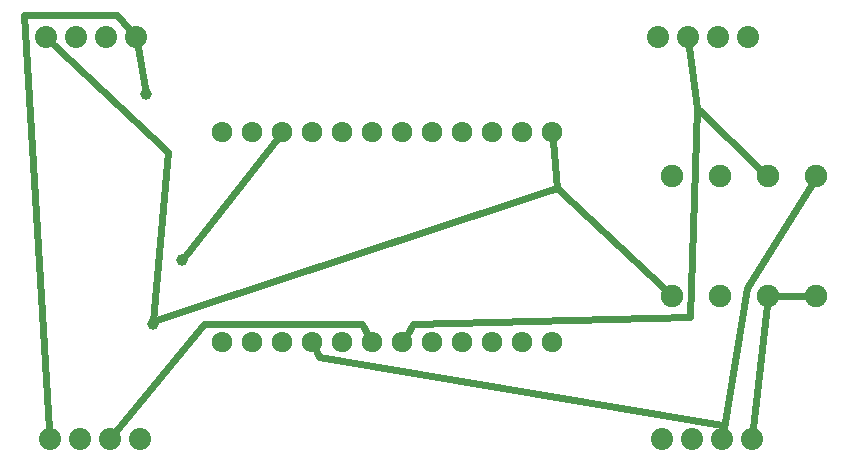
<source format=gtl>
G04 MADE WITH FRITZING*
G04 WWW.FRITZING.ORG*
G04 DOUBLE SIDED*
G04 HOLES PLATED*
G04 CONTOUR ON CENTER OF CONTOUR VECTOR*
%ASAXBY*%
%FSLAX23Y23*%
%MOIN*%
%OFA0B0*%
%SFA1.0B1.0*%
%ADD10C,0.039370*%
%ADD11C,0.075000*%
%ADD12C,0.068000*%
%ADD13C,0.073889*%
%ADD14C,0.024000*%
%ADD15R,0.001000X0.001000*%
%LNCOPPER1*%
G90*
G70*
G54D10*
X804Y784D03*
X708Y568D03*
X684Y1336D03*
G54D11*
X2917Y1061D03*
X2917Y661D03*
X2756Y1061D03*
X2756Y661D03*
X2598Y1061D03*
X2598Y661D03*
X2438Y1061D03*
X2438Y661D03*
G54D12*
X1138Y509D03*
X1238Y509D03*
X1038Y509D03*
X938Y509D03*
X1338Y509D03*
X1438Y509D03*
X1538Y509D03*
X1638Y509D03*
X1738Y509D03*
X1838Y509D03*
X1938Y509D03*
X2038Y509D03*
X1238Y1209D03*
X1138Y1209D03*
X1038Y1209D03*
X938Y1209D03*
X1338Y1209D03*
X1438Y1209D03*
X1538Y1209D03*
X1638Y1209D03*
X1838Y1209D03*
X1738Y1209D03*
X1938Y1209D03*
X2038Y1209D03*
G54D13*
X650Y1526D03*
X550Y1526D03*
X450Y1526D03*
X350Y1526D03*
X363Y186D03*
X463Y186D03*
X563Y186D03*
X663Y186D03*
X2691Y1525D03*
X2591Y1525D03*
X2491Y1525D03*
X2391Y1525D03*
X2404Y187D03*
X2503Y187D03*
X2603Y187D03*
X2703Y187D03*
G54D14*
X1120Y1186D02*
X816Y799D01*
D02*
X2888Y661D02*
X2785Y661D01*
D02*
X2707Y221D02*
X2753Y633D01*
D02*
X2052Y1024D02*
X2417Y681D01*
D02*
X2040Y1179D02*
X2052Y1024D01*
D02*
X708Y580D02*
X2052Y1024D01*
D02*
X708Y587D02*
X708Y580D01*
D02*
X375Y1503D02*
X756Y1144D01*
D02*
X2735Y1081D02*
X2520Y1288D01*
D02*
X756Y1144D02*
X708Y580D01*
D02*
X2520Y1288D02*
X2495Y1491D01*
D02*
X1572Y568D02*
X2496Y592D01*
D02*
X1552Y534D02*
X1572Y568D01*
D02*
X2496Y592D02*
X2520Y1288D01*
D02*
X2609Y221D02*
X2688Y688D01*
X2688Y688D02*
X2902Y1037D01*
D02*
X1260Y460D02*
X2604Y232D01*
D02*
X1250Y482D02*
X1260Y460D01*
D02*
X1424Y534D02*
X1404Y568D01*
D02*
X2604Y232D02*
X2604Y221D01*
D02*
X876Y568D02*
X585Y213D01*
D02*
X1404Y568D02*
X876Y568D01*
D02*
X656Y1493D02*
X681Y1355D01*
D02*
X361Y220D02*
X276Y1600D01*
D02*
X588Y1600D02*
X628Y1552D01*
D02*
X276Y1600D02*
X588Y1600D01*
G54D15*
X931Y1242D02*
X944Y1242D01*
X1031Y1242D02*
X1043Y1242D01*
X1131Y1242D02*
X1143Y1242D01*
X1231Y1242D02*
X1243Y1242D01*
X1331Y1242D02*
X1343Y1242D01*
X1431Y1242D02*
X1443Y1242D01*
X1530Y1242D02*
X1543Y1242D01*
X1630Y1242D02*
X1643Y1242D01*
X1730Y1242D02*
X1743Y1242D01*
X1830Y1242D02*
X1843Y1242D01*
X1930Y1242D02*
X1943Y1242D01*
X2030Y1242D02*
X2043Y1242D01*
X927Y1241D02*
X947Y1241D01*
X1027Y1241D02*
X1047Y1241D01*
X1127Y1241D02*
X1147Y1241D01*
X1227Y1241D02*
X1247Y1241D01*
X1327Y1241D02*
X1347Y1241D01*
X1427Y1241D02*
X1447Y1241D01*
X1527Y1241D02*
X1547Y1241D01*
X1627Y1241D02*
X1647Y1241D01*
X1727Y1241D02*
X1747Y1241D01*
X1827Y1241D02*
X1847Y1241D01*
X1927Y1241D02*
X1947Y1241D01*
X2027Y1241D02*
X2047Y1241D01*
X924Y1240D02*
X950Y1240D01*
X1024Y1240D02*
X1050Y1240D01*
X1124Y1240D02*
X1150Y1240D01*
X1224Y1240D02*
X1250Y1240D01*
X1324Y1240D02*
X1349Y1240D01*
X1424Y1240D02*
X1449Y1240D01*
X1524Y1240D02*
X1549Y1240D01*
X1624Y1240D02*
X1649Y1240D01*
X1724Y1240D02*
X1749Y1240D01*
X1824Y1240D02*
X1849Y1240D01*
X1924Y1240D02*
X1949Y1240D01*
X2024Y1240D02*
X2049Y1240D01*
X922Y1239D02*
X952Y1239D01*
X1022Y1239D02*
X1052Y1239D01*
X1122Y1239D02*
X1152Y1239D01*
X1222Y1239D02*
X1252Y1239D01*
X1322Y1239D02*
X1352Y1239D01*
X1422Y1239D02*
X1452Y1239D01*
X1522Y1239D02*
X1552Y1239D01*
X1622Y1239D02*
X1652Y1239D01*
X1722Y1239D02*
X1752Y1239D01*
X1822Y1239D02*
X1851Y1239D01*
X1922Y1239D02*
X1951Y1239D01*
X2022Y1239D02*
X2051Y1239D01*
X920Y1238D02*
X954Y1238D01*
X1020Y1238D02*
X1054Y1238D01*
X1120Y1238D02*
X1154Y1238D01*
X1220Y1238D02*
X1254Y1238D01*
X1320Y1238D02*
X1353Y1238D01*
X1420Y1238D02*
X1453Y1238D01*
X1520Y1238D02*
X1553Y1238D01*
X1620Y1238D02*
X1653Y1238D01*
X1720Y1238D02*
X1753Y1238D01*
X1820Y1238D02*
X1853Y1238D01*
X1920Y1238D02*
X1953Y1238D01*
X2020Y1238D02*
X2053Y1238D01*
X919Y1237D02*
X955Y1237D01*
X1019Y1237D02*
X1055Y1237D01*
X1119Y1237D02*
X1155Y1237D01*
X1219Y1237D02*
X1255Y1237D01*
X1319Y1237D02*
X1355Y1237D01*
X1419Y1237D02*
X1455Y1237D01*
X1519Y1237D02*
X1555Y1237D01*
X1619Y1237D02*
X1655Y1237D01*
X1719Y1237D02*
X1755Y1237D01*
X1819Y1237D02*
X1855Y1237D01*
X1918Y1237D02*
X1955Y1237D01*
X2018Y1237D02*
X2055Y1237D01*
X917Y1236D02*
X957Y1236D01*
X1017Y1236D02*
X1057Y1236D01*
X1117Y1236D02*
X1157Y1236D01*
X1217Y1236D02*
X1257Y1236D01*
X1317Y1236D02*
X1357Y1236D01*
X1417Y1236D02*
X1457Y1236D01*
X1517Y1236D02*
X1557Y1236D01*
X1617Y1236D02*
X1657Y1236D01*
X1717Y1236D02*
X1756Y1236D01*
X1817Y1236D02*
X1856Y1236D01*
X1917Y1236D02*
X1956Y1236D01*
X2017Y1236D02*
X2056Y1236D01*
X916Y1235D02*
X958Y1235D01*
X1016Y1235D02*
X1058Y1235D01*
X1116Y1235D02*
X1158Y1235D01*
X1216Y1235D02*
X1258Y1235D01*
X1316Y1235D02*
X1358Y1235D01*
X1416Y1235D02*
X1458Y1235D01*
X1516Y1235D02*
X1558Y1235D01*
X1616Y1235D02*
X1658Y1235D01*
X1716Y1235D02*
X1758Y1235D01*
X1816Y1235D02*
X1858Y1235D01*
X1916Y1235D02*
X1958Y1235D01*
X2016Y1235D02*
X2058Y1235D01*
X915Y1234D02*
X959Y1234D01*
X1015Y1234D02*
X1059Y1234D01*
X1115Y1234D02*
X1159Y1234D01*
X1215Y1234D02*
X1259Y1234D01*
X1315Y1234D02*
X1359Y1234D01*
X1415Y1234D02*
X1459Y1234D01*
X1515Y1234D02*
X1559Y1234D01*
X1615Y1234D02*
X1659Y1234D01*
X1715Y1234D02*
X1759Y1234D01*
X1815Y1234D02*
X1859Y1234D01*
X1915Y1234D02*
X1959Y1234D01*
X2015Y1234D02*
X2059Y1234D01*
X914Y1233D02*
X960Y1233D01*
X1014Y1233D02*
X1060Y1233D01*
X1114Y1233D02*
X1160Y1233D01*
X1214Y1233D02*
X1260Y1233D01*
X1314Y1233D02*
X1360Y1233D01*
X1414Y1233D02*
X1460Y1233D01*
X1514Y1233D02*
X1560Y1233D01*
X1614Y1233D02*
X1660Y1233D01*
X1714Y1233D02*
X1760Y1233D01*
X1813Y1233D02*
X1860Y1233D01*
X1913Y1233D02*
X1960Y1233D01*
X2013Y1233D02*
X2060Y1233D01*
X913Y1232D02*
X961Y1232D01*
X1013Y1232D02*
X1061Y1232D01*
X1113Y1232D02*
X1161Y1232D01*
X1213Y1232D02*
X1261Y1232D01*
X1313Y1232D02*
X1361Y1232D01*
X1413Y1232D02*
X1461Y1232D01*
X1513Y1232D02*
X1561Y1232D01*
X1613Y1232D02*
X1661Y1232D01*
X1713Y1232D02*
X1761Y1232D01*
X1813Y1232D02*
X1861Y1232D01*
X1913Y1232D02*
X1961Y1232D01*
X2013Y1232D02*
X2061Y1232D01*
X912Y1231D02*
X962Y1231D01*
X1012Y1231D02*
X1062Y1231D01*
X1112Y1231D02*
X1162Y1231D01*
X1212Y1231D02*
X1262Y1231D01*
X1312Y1231D02*
X1362Y1231D01*
X1412Y1231D02*
X1462Y1231D01*
X1512Y1231D02*
X1562Y1231D01*
X1612Y1231D02*
X1662Y1231D01*
X1712Y1231D02*
X1762Y1231D01*
X1812Y1231D02*
X1862Y1231D01*
X1912Y1231D02*
X1962Y1231D01*
X2012Y1231D02*
X2062Y1231D01*
X911Y1230D02*
X963Y1230D01*
X1011Y1230D02*
X1063Y1230D01*
X1111Y1230D02*
X1163Y1230D01*
X1211Y1230D02*
X1263Y1230D01*
X1311Y1230D02*
X1363Y1230D01*
X1411Y1230D02*
X1463Y1230D01*
X1511Y1230D02*
X1563Y1230D01*
X1611Y1230D02*
X1663Y1230D01*
X1711Y1230D02*
X1763Y1230D01*
X1811Y1230D02*
X1863Y1230D01*
X1911Y1230D02*
X1963Y1230D01*
X2011Y1230D02*
X2063Y1230D01*
X910Y1229D02*
X964Y1229D01*
X1010Y1229D02*
X1064Y1229D01*
X1110Y1229D02*
X1164Y1229D01*
X1210Y1229D02*
X1264Y1229D01*
X1310Y1229D02*
X1364Y1229D01*
X1410Y1229D02*
X1464Y1229D01*
X1510Y1229D02*
X1564Y1229D01*
X1610Y1229D02*
X1664Y1229D01*
X1710Y1229D02*
X1764Y1229D01*
X1810Y1229D02*
X1864Y1229D01*
X1910Y1229D02*
X1963Y1229D01*
X2010Y1229D02*
X2063Y1229D01*
X910Y1228D02*
X964Y1228D01*
X1010Y1228D02*
X1064Y1228D01*
X1110Y1228D02*
X1164Y1228D01*
X1210Y1228D02*
X1264Y1228D01*
X1310Y1228D02*
X1364Y1228D01*
X1410Y1228D02*
X1464Y1228D01*
X1510Y1228D02*
X1564Y1228D01*
X1610Y1228D02*
X1664Y1228D01*
X1709Y1228D02*
X1764Y1228D01*
X1809Y1228D02*
X1864Y1228D01*
X1909Y1228D02*
X1964Y1228D01*
X2009Y1228D02*
X2064Y1228D01*
X909Y1227D02*
X965Y1227D01*
X1009Y1227D02*
X1065Y1227D01*
X1109Y1227D02*
X1165Y1227D01*
X1209Y1227D02*
X1265Y1227D01*
X1309Y1227D02*
X1365Y1227D01*
X1409Y1227D02*
X1465Y1227D01*
X1509Y1227D02*
X1565Y1227D01*
X1609Y1227D02*
X1665Y1227D01*
X1709Y1227D02*
X1765Y1227D01*
X1809Y1227D02*
X1865Y1227D01*
X1909Y1227D02*
X1965Y1227D01*
X2009Y1227D02*
X2065Y1227D01*
X909Y1226D02*
X931Y1226D01*
X943Y1226D02*
X966Y1226D01*
X1008Y1226D02*
X1031Y1226D01*
X1043Y1226D02*
X1066Y1226D01*
X1108Y1226D02*
X1131Y1226D01*
X1143Y1226D02*
X1166Y1226D01*
X1208Y1226D02*
X1231Y1226D01*
X1243Y1226D02*
X1266Y1226D01*
X1308Y1226D02*
X1331Y1226D01*
X1343Y1226D02*
X1366Y1226D01*
X1408Y1226D02*
X1431Y1226D01*
X1443Y1226D02*
X1466Y1226D01*
X1508Y1226D02*
X1531Y1226D01*
X1543Y1226D02*
X1566Y1226D01*
X1608Y1226D02*
X1631Y1226D01*
X1643Y1226D02*
X1666Y1226D01*
X1708Y1226D02*
X1731Y1226D01*
X1743Y1226D02*
X1765Y1226D01*
X1808Y1226D02*
X1831Y1226D01*
X1843Y1226D02*
X1865Y1226D01*
X1908Y1226D02*
X1931Y1226D01*
X1943Y1226D02*
X1965Y1226D01*
X2008Y1226D02*
X2031Y1226D01*
X2043Y1226D02*
X2065Y1226D01*
X908Y1225D02*
X929Y1225D01*
X945Y1225D02*
X966Y1225D01*
X1008Y1225D02*
X1029Y1225D01*
X1045Y1225D02*
X1066Y1225D01*
X1108Y1225D02*
X1128Y1225D01*
X1145Y1225D02*
X1166Y1225D01*
X1208Y1225D02*
X1228Y1225D01*
X1245Y1225D02*
X1266Y1225D01*
X1308Y1225D02*
X1328Y1225D01*
X1345Y1225D02*
X1366Y1225D01*
X1408Y1225D02*
X1428Y1225D01*
X1445Y1225D02*
X1466Y1225D01*
X1508Y1225D02*
X1528Y1225D01*
X1545Y1225D02*
X1566Y1225D01*
X1608Y1225D02*
X1628Y1225D01*
X1645Y1225D02*
X1666Y1225D01*
X1708Y1225D02*
X1728Y1225D01*
X1745Y1225D02*
X1766Y1225D01*
X1808Y1225D02*
X1828Y1225D01*
X1845Y1225D02*
X1866Y1225D01*
X1908Y1225D02*
X1928Y1225D01*
X1945Y1225D02*
X1966Y1225D01*
X2008Y1225D02*
X2028Y1225D01*
X2045Y1225D02*
X2066Y1225D01*
X907Y1224D02*
X927Y1224D01*
X947Y1224D02*
X967Y1224D01*
X1007Y1224D02*
X1027Y1224D01*
X1047Y1224D02*
X1067Y1224D01*
X1107Y1224D02*
X1127Y1224D01*
X1147Y1224D02*
X1167Y1224D01*
X1207Y1224D02*
X1227Y1224D01*
X1247Y1224D02*
X1267Y1224D01*
X1307Y1224D02*
X1327Y1224D01*
X1347Y1224D02*
X1367Y1224D01*
X1407Y1224D02*
X1427Y1224D01*
X1447Y1224D02*
X1467Y1224D01*
X1507Y1224D02*
X1527Y1224D01*
X1547Y1224D02*
X1567Y1224D01*
X1607Y1224D02*
X1627Y1224D01*
X1647Y1224D02*
X1667Y1224D01*
X1707Y1224D02*
X1727Y1224D01*
X1747Y1224D02*
X1767Y1224D01*
X1807Y1224D02*
X1827Y1224D01*
X1847Y1224D02*
X1867Y1224D01*
X1907Y1224D02*
X1927Y1224D01*
X1947Y1224D02*
X1967Y1224D01*
X2007Y1224D02*
X2026Y1224D01*
X2047Y1224D02*
X2067Y1224D01*
X907Y1223D02*
X926Y1223D01*
X948Y1223D02*
X967Y1223D01*
X1007Y1223D02*
X1026Y1223D01*
X1048Y1223D02*
X1067Y1223D01*
X1107Y1223D02*
X1126Y1223D01*
X1148Y1223D02*
X1167Y1223D01*
X1207Y1223D02*
X1225Y1223D01*
X1248Y1223D02*
X1267Y1223D01*
X1307Y1223D02*
X1325Y1223D01*
X1348Y1223D02*
X1367Y1223D01*
X1407Y1223D02*
X1425Y1223D01*
X1448Y1223D02*
X1467Y1223D01*
X1507Y1223D02*
X1525Y1223D01*
X1548Y1223D02*
X1567Y1223D01*
X1607Y1223D02*
X1625Y1223D01*
X1648Y1223D02*
X1667Y1223D01*
X1707Y1223D02*
X1725Y1223D01*
X1748Y1223D02*
X1767Y1223D01*
X1807Y1223D02*
X1825Y1223D01*
X1848Y1223D02*
X1867Y1223D01*
X1907Y1223D02*
X1925Y1223D01*
X1948Y1223D02*
X1967Y1223D01*
X2007Y1223D02*
X2025Y1223D01*
X2048Y1223D02*
X2067Y1223D01*
X907Y1222D02*
X924Y1222D01*
X950Y1222D02*
X968Y1222D01*
X1007Y1222D02*
X1024Y1222D01*
X1050Y1222D02*
X1068Y1222D01*
X1106Y1222D02*
X1124Y1222D01*
X1150Y1222D02*
X1168Y1222D01*
X1206Y1222D02*
X1224Y1222D01*
X1250Y1222D02*
X1268Y1222D01*
X1306Y1222D02*
X1324Y1222D01*
X1350Y1222D02*
X1368Y1222D01*
X1406Y1222D02*
X1424Y1222D01*
X1449Y1222D02*
X1468Y1222D01*
X1506Y1222D02*
X1524Y1222D01*
X1549Y1222D02*
X1568Y1222D01*
X1606Y1222D02*
X1624Y1222D01*
X1649Y1222D02*
X1668Y1222D01*
X1706Y1222D02*
X1724Y1222D01*
X1749Y1222D02*
X1768Y1222D01*
X1806Y1222D02*
X1824Y1222D01*
X1849Y1222D02*
X1868Y1222D01*
X1906Y1222D02*
X1924Y1222D01*
X1949Y1222D02*
X1967Y1222D01*
X2006Y1222D02*
X2024Y1222D01*
X2049Y1222D02*
X2067Y1222D01*
X906Y1221D02*
X923Y1221D01*
X951Y1221D02*
X968Y1221D01*
X1006Y1221D02*
X1023Y1221D01*
X1051Y1221D02*
X1068Y1221D01*
X1106Y1221D02*
X1123Y1221D01*
X1151Y1221D02*
X1168Y1221D01*
X1206Y1221D02*
X1223Y1221D01*
X1251Y1221D02*
X1268Y1221D01*
X1306Y1221D02*
X1323Y1221D01*
X1351Y1221D02*
X1368Y1221D01*
X1406Y1221D02*
X1423Y1221D01*
X1451Y1221D02*
X1468Y1221D01*
X1506Y1221D02*
X1523Y1221D01*
X1551Y1221D02*
X1568Y1221D01*
X1606Y1221D02*
X1623Y1221D01*
X1650Y1221D02*
X1668Y1221D01*
X1706Y1221D02*
X1723Y1221D01*
X1750Y1221D02*
X1768Y1221D01*
X1806Y1221D02*
X1823Y1221D01*
X1850Y1221D02*
X1868Y1221D01*
X1906Y1221D02*
X1923Y1221D01*
X1950Y1221D02*
X1968Y1221D01*
X2006Y1221D02*
X2023Y1221D01*
X2050Y1221D02*
X2068Y1221D01*
X906Y1220D02*
X923Y1220D01*
X952Y1220D02*
X969Y1220D01*
X1006Y1220D02*
X1023Y1220D01*
X1052Y1220D02*
X1069Y1220D01*
X1106Y1220D02*
X1123Y1220D01*
X1151Y1220D02*
X1169Y1220D01*
X1206Y1220D02*
X1223Y1220D01*
X1251Y1220D02*
X1268Y1220D01*
X1306Y1220D02*
X1322Y1220D01*
X1351Y1220D02*
X1368Y1220D01*
X1406Y1220D02*
X1422Y1220D01*
X1451Y1220D02*
X1468Y1220D01*
X1506Y1220D02*
X1522Y1220D01*
X1551Y1220D02*
X1568Y1220D01*
X1606Y1220D02*
X1622Y1220D01*
X1651Y1220D02*
X1668Y1220D01*
X1706Y1220D02*
X1722Y1220D01*
X1751Y1220D02*
X1768Y1220D01*
X1806Y1220D02*
X1822Y1220D01*
X1851Y1220D02*
X1868Y1220D01*
X1906Y1220D02*
X1922Y1220D01*
X1951Y1220D02*
X1968Y1220D01*
X2005Y1220D02*
X2022Y1220D01*
X2051Y1220D02*
X2068Y1220D01*
X905Y1219D02*
X922Y1219D01*
X952Y1219D02*
X969Y1219D01*
X1005Y1219D02*
X1022Y1219D01*
X1052Y1219D02*
X1069Y1219D01*
X1105Y1219D02*
X1122Y1219D01*
X1152Y1219D02*
X1169Y1219D01*
X1205Y1219D02*
X1222Y1219D01*
X1252Y1219D02*
X1269Y1219D01*
X1305Y1219D02*
X1322Y1219D01*
X1352Y1219D02*
X1369Y1219D01*
X1405Y1219D02*
X1422Y1219D01*
X1452Y1219D02*
X1469Y1219D01*
X1505Y1219D02*
X1522Y1219D01*
X1552Y1219D02*
X1569Y1219D01*
X1605Y1219D02*
X1622Y1219D01*
X1652Y1219D02*
X1669Y1219D01*
X1705Y1219D02*
X1722Y1219D01*
X1752Y1219D02*
X1769Y1219D01*
X1805Y1219D02*
X1822Y1219D01*
X1852Y1219D02*
X1869Y1219D01*
X1905Y1219D02*
X1921Y1219D01*
X1952Y1219D02*
X1969Y1219D01*
X2005Y1219D02*
X2021Y1219D01*
X2052Y1219D02*
X2069Y1219D01*
X905Y1218D02*
X921Y1218D01*
X953Y1218D02*
X969Y1218D01*
X1005Y1218D02*
X1021Y1218D01*
X1053Y1218D02*
X1069Y1218D01*
X1105Y1218D02*
X1121Y1218D01*
X1153Y1218D02*
X1169Y1218D01*
X1205Y1218D02*
X1221Y1218D01*
X1253Y1218D02*
X1269Y1218D01*
X1305Y1218D02*
X1321Y1218D01*
X1353Y1218D02*
X1369Y1218D01*
X1405Y1218D02*
X1421Y1218D01*
X1453Y1218D02*
X1469Y1218D01*
X1505Y1218D02*
X1521Y1218D01*
X1553Y1218D02*
X1569Y1218D01*
X1605Y1218D02*
X1621Y1218D01*
X1653Y1218D02*
X1669Y1218D01*
X1705Y1218D02*
X1721Y1218D01*
X1753Y1218D02*
X1769Y1218D01*
X1805Y1218D02*
X1821Y1218D01*
X1853Y1218D02*
X1869Y1218D01*
X1905Y1218D02*
X1921Y1218D01*
X1953Y1218D02*
X1969Y1218D01*
X2005Y1218D02*
X2021Y1218D01*
X2053Y1218D02*
X2069Y1218D01*
X905Y1217D02*
X921Y1217D01*
X954Y1217D02*
X970Y1217D01*
X1005Y1217D02*
X1021Y1217D01*
X1054Y1217D02*
X1069Y1217D01*
X1105Y1217D02*
X1121Y1217D01*
X1154Y1217D02*
X1169Y1217D01*
X1205Y1217D02*
X1221Y1217D01*
X1254Y1217D02*
X1269Y1217D01*
X1305Y1217D02*
X1320Y1217D01*
X1354Y1217D02*
X1369Y1217D01*
X1405Y1217D02*
X1420Y1217D01*
X1454Y1217D02*
X1469Y1217D01*
X1505Y1217D02*
X1520Y1217D01*
X1554Y1217D02*
X1569Y1217D01*
X1605Y1217D02*
X1620Y1217D01*
X1653Y1217D02*
X1669Y1217D01*
X1705Y1217D02*
X1720Y1217D01*
X1753Y1217D02*
X1769Y1217D01*
X1805Y1217D02*
X1820Y1217D01*
X1853Y1217D02*
X1869Y1217D01*
X1905Y1217D02*
X1920Y1217D01*
X1953Y1217D02*
X1969Y1217D01*
X2005Y1217D02*
X2020Y1217D01*
X2053Y1217D02*
X2069Y1217D01*
X905Y1216D02*
X920Y1216D01*
X954Y1216D02*
X970Y1216D01*
X1005Y1216D02*
X1020Y1216D01*
X1054Y1216D02*
X1070Y1216D01*
X1105Y1216D02*
X1120Y1216D01*
X1154Y1216D02*
X1170Y1216D01*
X1205Y1216D02*
X1220Y1216D01*
X1254Y1216D02*
X1270Y1216D01*
X1305Y1216D02*
X1320Y1216D01*
X1354Y1216D02*
X1370Y1216D01*
X1404Y1216D02*
X1420Y1216D01*
X1454Y1216D02*
X1470Y1216D01*
X1504Y1216D02*
X1520Y1216D01*
X1554Y1216D02*
X1570Y1216D01*
X1604Y1216D02*
X1620Y1216D01*
X1654Y1216D02*
X1670Y1216D01*
X1704Y1216D02*
X1720Y1216D01*
X1754Y1216D02*
X1770Y1216D01*
X1804Y1216D02*
X1820Y1216D01*
X1854Y1216D02*
X1870Y1216D01*
X1904Y1216D02*
X1920Y1216D01*
X1954Y1216D02*
X1970Y1216D01*
X2004Y1216D02*
X2020Y1216D01*
X2054Y1216D02*
X2069Y1216D01*
X904Y1215D02*
X920Y1215D01*
X955Y1215D02*
X970Y1215D01*
X1004Y1215D02*
X1020Y1215D01*
X1055Y1215D02*
X1070Y1215D01*
X1104Y1215D02*
X1120Y1215D01*
X1155Y1215D02*
X1170Y1215D01*
X1204Y1215D02*
X1220Y1215D01*
X1255Y1215D02*
X1270Y1215D01*
X1304Y1215D02*
X1320Y1215D01*
X1355Y1215D02*
X1370Y1215D01*
X1404Y1215D02*
X1420Y1215D01*
X1454Y1215D02*
X1470Y1215D01*
X1504Y1215D02*
X1520Y1215D01*
X1554Y1215D02*
X1570Y1215D01*
X1604Y1215D02*
X1620Y1215D01*
X1654Y1215D02*
X1670Y1215D01*
X1704Y1215D02*
X1719Y1215D01*
X1754Y1215D02*
X1770Y1215D01*
X1804Y1215D02*
X1819Y1215D01*
X1854Y1215D02*
X1870Y1215D01*
X1904Y1215D02*
X1919Y1215D01*
X1954Y1215D02*
X1970Y1215D01*
X2004Y1215D02*
X2019Y1215D01*
X2054Y1215D02*
X2070Y1215D01*
X904Y1214D02*
X919Y1214D01*
X955Y1214D02*
X970Y1214D01*
X1004Y1214D02*
X1019Y1214D01*
X1055Y1214D02*
X1070Y1214D01*
X1104Y1214D02*
X1119Y1214D01*
X1155Y1214D02*
X1170Y1214D01*
X1204Y1214D02*
X1219Y1214D01*
X1255Y1214D02*
X1270Y1214D01*
X1304Y1214D02*
X1319Y1214D01*
X1355Y1214D02*
X1370Y1214D01*
X1404Y1214D02*
X1419Y1214D01*
X1455Y1214D02*
X1470Y1214D01*
X1504Y1214D02*
X1519Y1214D01*
X1555Y1214D02*
X1570Y1214D01*
X1604Y1214D02*
X1619Y1214D01*
X1655Y1214D02*
X1670Y1214D01*
X1704Y1214D02*
X1719Y1214D01*
X1755Y1214D02*
X1770Y1214D01*
X1804Y1214D02*
X1819Y1214D01*
X1855Y1214D02*
X1870Y1214D01*
X1904Y1214D02*
X1919Y1214D01*
X1955Y1214D02*
X1970Y1214D01*
X2004Y1214D02*
X2019Y1214D01*
X2055Y1214D02*
X2070Y1214D01*
X904Y1213D02*
X919Y1213D01*
X955Y1213D02*
X970Y1213D01*
X1004Y1213D02*
X1019Y1213D01*
X1055Y1213D02*
X1070Y1213D01*
X1104Y1213D02*
X1119Y1213D01*
X1155Y1213D02*
X1170Y1213D01*
X1204Y1213D02*
X1219Y1213D01*
X1255Y1213D02*
X1270Y1213D01*
X1304Y1213D02*
X1319Y1213D01*
X1355Y1213D02*
X1370Y1213D01*
X1404Y1213D02*
X1419Y1213D01*
X1455Y1213D02*
X1470Y1213D01*
X1504Y1213D02*
X1519Y1213D01*
X1555Y1213D02*
X1570Y1213D01*
X1604Y1213D02*
X1619Y1213D01*
X1655Y1213D02*
X1670Y1213D01*
X1704Y1213D02*
X1719Y1213D01*
X1755Y1213D02*
X1770Y1213D01*
X1804Y1213D02*
X1819Y1213D01*
X1855Y1213D02*
X1870Y1213D01*
X1904Y1213D02*
X1919Y1213D01*
X1955Y1213D02*
X1970Y1213D01*
X2004Y1213D02*
X2019Y1213D01*
X2055Y1213D02*
X2070Y1213D01*
X904Y1212D02*
X919Y1212D01*
X955Y1212D02*
X971Y1212D01*
X1004Y1212D02*
X1019Y1212D01*
X1055Y1212D02*
X1071Y1212D01*
X1104Y1212D02*
X1119Y1212D01*
X1155Y1212D02*
X1170Y1212D01*
X1204Y1212D02*
X1219Y1212D01*
X1255Y1212D02*
X1270Y1212D01*
X1304Y1212D02*
X1319Y1212D01*
X1355Y1212D02*
X1370Y1212D01*
X1404Y1212D02*
X1419Y1212D01*
X1455Y1212D02*
X1470Y1212D01*
X1504Y1212D02*
X1519Y1212D01*
X1555Y1212D02*
X1570Y1212D01*
X1604Y1212D02*
X1619Y1212D01*
X1655Y1212D02*
X1670Y1212D01*
X1704Y1212D02*
X1719Y1212D01*
X1755Y1212D02*
X1770Y1212D01*
X1804Y1212D02*
X1819Y1212D01*
X1855Y1212D02*
X1870Y1212D01*
X1904Y1212D02*
X1919Y1212D01*
X1955Y1212D02*
X1970Y1212D01*
X2004Y1212D02*
X2019Y1212D01*
X2055Y1212D02*
X2070Y1212D01*
X904Y1211D02*
X919Y1211D01*
X956Y1211D02*
X971Y1211D01*
X1004Y1211D02*
X1019Y1211D01*
X1056Y1211D02*
X1071Y1211D01*
X1104Y1211D02*
X1119Y1211D01*
X1155Y1211D02*
X1171Y1211D01*
X1204Y1211D02*
X1219Y1211D01*
X1255Y1211D02*
X1271Y1211D01*
X1304Y1211D02*
X1319Y1211D01*
X1355Y1211D02*
X1370Y1211D01*
X1404Y1211D02*
X1419Y1211D01*
X1455Y1211D02*
X1470Y1211D01*
X1504Y1211D02*
X1519Y1211D01*
X1555Y1211D02*
X1570Y1211D01*
X1604Y1211D02*
X1619Y1211D01*
X1655Y1211D02*
X1670Y1211D01*
X1704Y1211D02*
X1719Y1211D01*
X1755Y1211D02*
X1770Y1211D01*
X1804Y1211D02*
X1819Y1211D01*
X1855Y1211D02*
X1870Y1211D01*
X1904Y1211D02*
X1919Y1211D01*
X1955Y1211D02*
X1970Y1211D01*
X2004Y1211D02*
X2019Y1211D01*
X2055Y1211D02*
X2070Y1211D01*
X904Y1210D02*
X919Y1210D01*
X956Y1210D02*
X971Y1210D01*
X1004Y1210D02*
X1019Y1210D01*
X1056Y1210D02*
X1071Y1210D01*
X1104Y1210D02*
X1119Y1210D01*
X1156Y1210D02*
X1171Y1210D01*
X1204Y1210D02*
X1219Y1210D01*
X1256Y1210D02*
X1271Y1210D01*
X1304Y1210D02*
X1319Y1210D01*
X1356Y1210D02*
X1371Y1210D01*
X1404Y1210D02*
X1419Y1210D01*
X1455Y1210D02*
X1471Y1210D01*
X1504Y1210D02*
X1519Y1210D01*
X1555Y1210D02*
X1570Y1210D01*
X1604Y1210D02*
X1619Y1210D01*
X1655Y1210D02*
X1670Y1210D01*
X1704Y1210D02*
X1719Y1210D01*
X1755Y1210D02*
X1770Y1210D01*
X1804Y1210D02*
X1819Y1210D01*
X1855Y1210D02*
X1870Y1210D01*
X1904Y1210D02*
X1919Y1210D01*
X1955Y1210D02*
X1970Y1210D01*
X2003Y1210D02*
X2019Y1210D01*
X2055Y1210D02*
X2070Y1210D01*
X904Y1209D02*
X919Y1209D01*
X956Y1209D02*
X971Y1209D01*
X1004Y1209D02*
X1019Y1209D01*
X1056Y1209D02*
X1071Y1209D01*
X1104Y1209D02*
X1119Y1209D01*
X1156Y1209D02*
X1171Y1209D01*
X1204Y1209D02*
X1219Y1209D01*
X1256Y1209D02*
X1271Y1209D01*
X1304Y1209D02*
X1319Y1209D01*
X1356Y1209D02*
X1371Y1209D01*
X1404Y1209D02*
X1419Y1209D01*
X1456Y1209D02*
X1471Y1209D01*
X1504Y1209D02*
X1519Y1209D01*
X1556Y1209D02*
X1571Y1209D01*
X1604Y1209D02*
X1619Y1209D01*
X1656Y1209D02*
X1671Y1209D01*
X1704Y1209D02*
X1719Y1209D01*
X1755Y1209D02*
X1770Y1209D01*
X1803Y1209D02*
X1819Y1209D01*
X1855Y1209D02*
X1870Y1209D01*
X1903Y1209D02*
X1918Y1209D01*
X1955Y1209D02*
X1970Y1209D01*
X2003Y1209D02*
X2018Y1209D01*
X2055Y1209D02*
X2070Y1209D01*
X904Y1208D02*
X919Y1208D01*
X956Y1208D02*
X971Y1208D01*
X1004Y1208D02*
X1019Y1208D01*
X1056Y1208D02*
X1071Y1208D01*
X1104Y1208D02*
X1119Y1208D01*
X1156Y1208D02*
X1171Y1208D01*
X1204Y1208D02*
X1219Y1208D01*
X1256Y1208D02*
X1271Y1208D01*
X1304Y1208D02*
X1319Y1208D01*
X1356Y1208D02*
X1371Y1208D01*
X1404Y1208D02*
X1419Y1208D01*
X1456Y1208D02*
X1471Y1208D01*
X1504Y1208D02*
X1519Y1208D01*
X1555Y1208D02*
X1571Y1208D01*
X1604Y1208D02*
X1619Y1208D01*
X1655Y1208D02*
X1670Y1208D01*
X1704Y1208D02*
X1719Y1208D01*
X1755Y1208D02*
X1770Y1208D01*
X1804Y1208D02*
X1819Y1208D01*
X1855Y1208D02*
X1870Y1208D01*
X1903Y1208D02*
X1919Y1208D01*
X1955Y1208D02*
X1970Y1208D01*
X2003Y1208D02*
X2018Y1208D01*
X2055Y1208D02*
X2070Y1208D01*
X904Y1207D02*
X919Y1207D01*
X956Y1207D02*
X971Y1207D01*
X1004Y1207D02*
X1019Y1207D01*
X1056Y1207D02*
X1071Y1207D01*
X1104Y1207D02*
X1119Y1207D01*
X1156Y1207D02*
X1171Y1207D01*
X1204Y1207D02*
X1219Y1207D01*
X1255Y1207D02*
X1271Y1207D01*
X1304Y1207D02*
X1319Y1207D01*
X1355Y1207D02*
X1371Y1207D01*
X1404Y1207D02*
X1419Y1207D01*
X1455Y1207D02*
X1470Y1207D01*
X1504Y1207D02*
X1519Y1207D01*
X1555Y1207D02*
X1570Y1207D01*
X1604Y1207D02*
X1619Y1207D01*
X1655Y1207D02*
X1670Y1207D01*
X1704Y1207D02*
X1719Y1207D01*
X1755Y1207D02*
X1770Y1207D01*
X1804Y1207D02*
X1819Y1207D01*
X1855Y1207D02*
X1870Y1207D01*
X1904Y1207D02*
X1919Y1207D01*
X1955Y1207D02*
X1970Y1207D01*
X2004Y1207D02*
X2019Y1207D01*
X2055Y1207D02*
X2070Y1207D01*
X904Y1206D02*
X919Y1206D01*
X955Y1206D02*
X971Y1206D01*
X1004Y1206D02*
X1019Y1206D01*
X1055Y1206D02*
X1071Y1206D01*
X1104Y1206D02*
X1119Y1206D01*
X1155Y1206D02*
X1171Y1206D01*
X1204Y1206D02*
X1219Y1206D01*
X1255Y1206D02*
X1270Y1206D01*
X1304Y1206D02*
X1319Y1206D01*
X1355Y1206D02*
X1370Y1206D01*
X1404Y1206D02*
X1419Y1206D01*
X1455Y1206D02*
X1470Y1206D01*
X1504Y1206D02*
X1519Y1206D01*
X1555Y1206D02*
X1570Y1206D01*
X1604Y1206D02*
X1619Y1206D01*
X1655Y1206D02*
X1670Y1206D01*
X1704Y1206D02*
X1719Y1206D01*
X1755Y1206D02*
X1770Y1206D01*
X1804Y1206D02*
X1819Y1206D01*
X1855Y1206D02*
X1870Y1206D01*
X1904Y1206D02*
X1919Y1206D01*
X1955Y1206D02*
X1970Y1206D01*
X2004Y1206D02*
X2019Y1206D01*
X2055Y1206D02*
X2070Y1206D01*
X904Y1205D02*
X919Y1205D01*
X955Y1205D02*
X970Y1205D01*
X1004Y1205D02*
X1019Y1205D01*
X1055Y1205D02*
X1070Y1205D01*
X1104Y1205D02*
X1119Y1205D01*
X1155Y1205D02*
X1170Y1205D01*
X1204Y1205D02*
X1219Y1205D01*
X1255Y1205D02*
X1270Y1205D01*
X1304Y1205D02*
X1319Y1205D01*
X1355Y1205D02*
X1370Y1205D01*
X1404Y1205D02*
X1419Y1205D01*
X1455Y1205D02*
X1470Y1205D01*
X1504Y1205D02*
X1519Y1205D01*
X1555Y1205D02*
X1570Y1205D01*
X1604Y1205D02*
X1619Y1205D01*
X1655Y1205D02*
X1670Y1205D01*
X1704Y1205D02*
X1719Y1205D01*
X1755Y1205D02*
X1770Y1205D01*
X1804Y1205D02*
X1819Y1205D01*
X1855Y1205D02*
X1870Y1205D01*
X1904Y1205D02*
X1919Y1205D01*
X1955Y1205D02*
X1970Y1205D01*
X2004Y1205D02*
X2019Y1205D01*
X2055Y1205D02*
X2070Y1205D01*
X904Y1204D02*
X919Y1204D01*
X955Y1204D02*
X970Y1204D01*
X1004Y1204D02*
X1019Y1204D01*
X1055Y1204D02*
X1070Y1204D01*
X1104Y1204D02*
X1119Y1204D01*
X1155Y1204D02*
X1170Y1204D01*
X1204Y1204D02*
X1219Y1204D01*
X1255Y1204D02*
X1270Y1204D01*
X1304Y1204D02*
X1319Y1204D01*
X1355Y1204D02*
X1370Y1204D01*
X1404Y1204D02*
X1419Y1204D01*
X1455Y1204D02*
X1470Y1204D01*
X1504Y1204D02*
X1519Y1204D01*
X1555Y1204D02*
X1570Y1204D01*
X1604Y1204D02*
X1619Y1204D01*
X1655Y1204D02*
X1670Y1204D01*
X1704Y1204D02*
X1719Y1204D01*
X1755Y1204D02*
X1770Y1204D01*
X1804Y1204D02*
X1819Y1204D01*
X1855Y1204D02*
X1870Y1204D01*
X1904Y1204D02*
X1919Y1204D01*
X1955Y1204D02*
X1970Y1204D01*
X2004Y1204D02*
X2019Y1204D01*
X2055Y1204D02*
X2070Y1204D01*
X904Y1203D02*
X920Y1203D01*
X955Y1203D02*
X970Y1203D01*
X1004Y1203D02*
X1019Y1203D01*
X1055Y1203D02*
X1070Y1203D01*
X1104Y1203D02*
X1119Y1203D01*
X1155Y1203D02*
X1170Y1203D01*
X1204Y1203D02*
X1219Y1203D01*
X1255Y1203D02*
X1270Y1203D01*
X1304Y1203D02*
X1319Y1203D01*
X1355Y1203D02*
X1370Y1203D01*
X1404Y1203D02*
X1419Y1203D01*
X1455Y1203D02*
X1470Y1203D01*
X1504Y1203D02*
X1519Y1203D01*
X1555Y1203D02*
X1570Y1203D01*
X1604Y1203D02*
X1619Y1203D01*
X1655Y1203D02*
X1670Y1203D01*
X1704Y1203D02*
X1719Y1203D01*
X1755Y1203D02*
X1770Y1203D01*
X1804Y1203D02*
X1819Y1203D01*
X1855Y1203D02*
X1870Y1203D01*
X1904Y1203D02*
X1919Y1203D01*
X1955Y1203D02*
X1970Y1203D01*
X2004Y1203D02*
X2019Y1203D01*
X2055Y1203D02*
X2070Y1203D01*
X904Y1202D02*
X920Y1202D01*
X955Y1202D02*
X970Y1202D01*
X1004Y1202D02*
X1020Y1202D01*
X1055Y1202D02*
X1070Y1202D01*
X1104Y1202D02*
X1120Y1202D01*
X1155Y1202D02*
X1170Y1202D01*
X1204Y1202D02*
X1220Y1202D01*
X1254Y1202D02*
X1270Y1202D01*
X1304Y1202D02*
X1320Y1202D01*
X1354Y1202D02*
X1370Y1202D01*
X1404Y1202D02*
X1420Y1202D01*
X1454Y1202D02*
X1470Y1202D01*
X1504Y1202D02*
X1520Y1202D01*
X1554Y1202D02*
X1570Y1202D01*
X1604Y1202D02*
X1620Y1202D01*
X1654Y1202D02*
X1670Y1202D01*
X1704Y1202D02*
X1720Y1202D01*
X1754Y1202D02*
X1770Y1202D01*
X1804Y1202D02*
X1820Y1202D01*
X1854Y1202D02*
X1870Y1202D01*
X1904Y1202D02*
X1920Y1202D01*
X1954Y1202D02*
X1970Y1202D01*
X2004Y1202D02*
X2019Y1202D01*
X2054Y1202D02*
X2070Y1202D01*
X905Y1201D02*
X920Y1201D01*
X954Y1201D02*
X970Y1201D01*
X1005Y1201D02*
X1020Y1201D01*
X1054Y1201D02*
X1070Y1201D01*
X1105Y1201D02*
X1120Y1201D01*
X1154Y1201D02*
X1170Y1201D01*
X1205Y1201D02*
X1220Y1201D01*
X1254Y1201D02*
X1270Y1201D01*
X1305Y1201D02*
X1320Y1201D01*
X1354Y1201D02*
X1370Y1201D01*
X1405Y1201D02*
X1420Y1201D01*
X1454Y1201D02*
X1470Y1201D01*
X1505Y1201D02*
X1520Y1201D01*
X1554Y1201D02*
X1570Y1201D01*
X1604Y1201D02*
X1620Y1201D01*
X1654Y1201D02*
X1670Y1201D01*
X1704Y1201D02*
X1720Y1201D01*
X1754Y1201D02*
X1769Y1201D01*
X1804Y1201D02*
X1820Y1201D01*
X1854Y1201D02*
X1869Y1201D01*
X1904Y1201D02*
X1920Y1201D01*
X1954Y1201D02*
X1969Y1201D01*
X2004Y1201D02*
X2020Y1201D01*
X2054Y1201D02*
X2069Y1201D01*
X905Y1200D02*
X921Y1200D01*
X954Y1200D02*
X969Y1200D01*
X1005Y1200D02*
X1021Y1200D01*
X1054Y1200D02*
X1069Y1200D01*
X1105Y1200D02*
X1121Y1200D01*
X1153Y1200D02*
X1169Y1200D01*
X1205Y1200D02*
X1221Y1200D01*
X1253Y1200D02*
X1269Y1200D01*
X1305Y1200D02*
X1321Y1200D01*
X1353Y1200D02*
X1369Y1200D01*
X1405Y1200D02*
X1421Y1200D01*
X1453Y1200D02*
X1469Y1200D01*
X1505Y1200D02*
X1521Y1200D01*
X1553Y1200D02*
X1569Y1200D01*
X1605Y1200D02*
X1621Y1200D01*
X1653Y1200D02*
X1669Y1200D01*
X1705Y1200D02*
X1720Y1200D01*
X1753Y1200D02*
X1769Y1200D01*
X1805Y1200D02*
X1820Y1200D01*
X1853Y1200D02*
X1869Y1200D01*
X1905Y1200D02*
X1920Y1200D01*
X1953Y1200D02*
X1969Y1200D01*
X2005Y1200D02*
X2020Y1200D01*
X2053Y1200D02*
X2069Y1200D01*
X905Y1199D02*
X921Y1199D01*
X953Y1199D02*
X969Y1199D01*
X1005Y1199D02*
X1021Y1199D01*
X1053Y1199D02*
X1069Y1199D01*
X1105Y1199D02*
X1121Y1199D01*
X1153Y1199D02*
X1169Y1199D01*
X1205Y1199D02*
X1221Y1199D01*
X1253Y1199D02*
X1269Y1199D01*
X1305Y1199D02*
X1321Y1199D01*
X1353Y1199D02*
X1369Y1199D01*
X1405Y1199D02*
X1421Y1199D01*
X1453Y1199D02*
X1469Y1199D01*
X1505Y1199D02*
X1521Y1199D01*
X1553Y1199D02*
X1569Y1199D01*
X1605Y1199D02*
X1621Y1199D01*
X1653Y1199D02*
X1669Y1199D01*
X1705Y1199D02*
X1721Y1199D01*
X1753Y1199D02*
X1769Y1199D01*
X1805Y1199D02*
X1821Y1199D01*
X1853Y1199D02*
X1869Y1199D01*
X1905Y1199D02*
X1921Y1199D01*
X1953Y1199D02*
X1969Y1199D01*
X2005Y1199D02*
X2021Y1199D01*
X2053Y1199D02*
X2069Y1199D01*
X906Y1198D02*
X922Y1198D01*
X952Y1198D02*
X969Y1198D01*
X1006Y1198D02*
X1022Y1198D01*
X1052Y1198D02*
X1069Y1198D01*
X1105Y1198D02*
X1122Y1198D01*
X1152Y1198D02*
X1169Y1198D01*
X1205Y1198D02*
X1222Y1198D01*
X1252Y1198D02*
X1269Y1198D01*
X1305Y1198D02*
X1322Y1198D01*
X1352Y1198D02*
X1369Y1198D01*
X1405Y1198D02*
X1422Y1198D01*
X1452Y1198D02*
X1469Y1198D01*
X1505Y1198D02*
X1522Y1198D01*
X1552Y1198D02*
X1569Y1198D01*
X1605Y1198D02*
X1622Y1198D01*
X1652Y1198D02*
X1669Y1198D01*
X1705Y1198D02*
X1722Y1198D01*
X1752Y1198D02*
X1769Y1198D01*
X1805Y1198D02*
X1822Y1198D01*
X1852Y1198D02*
X1869Y1198D01*
X1905Y1198D02*
X1922Y1198D01*
X1952Y1198D02*
X1969Y1198D01*
X2005Y1198D02*
X2022Y1198D01*
X2052Y1198D02*
X2069Y1198D01*
X906Y1197D02*
X923Y1197D01*
X951Y1197D02*
X968Y1197D01*
X1006Y1197D02*
X1023Y1197D01*
X1051Y1197D02*
X1068Y1197D01*
X1106Y1197D02*
X1123Y1197D01*
X1151Y1197D02*
X1168Y1197D01*
X1206Y1197D02*
X1223Y1197D01*
X1251Y1197D02*
X1268Y1197D01*
X1306Y1197D02*
X1323Y1197D01*
X1351Y1197D02*
X1368Y1197D01*
X1406Y1197D02*
X1423Y1197D01*
X1451Y1197D02*
X1468Y1197D01*
X1506Y1197D02*
X1523Y1197D01*
X1551Y1197D02*
X1568Y1197D01*
X1606Y1197D02*
X1623Y1197D01*
X1651Y1197D02*
X1668Y1197D01*
X1706Y1197D02*
X1723Y1197D01*
X1751Y1197D02*
X1768Y1197D01*
X1806Y1197D02*
X1823Y1197D01*
X1851Y1197D02*
X1868Y1197D01*
X1906Y1197D02*
X1923Y1197D01*
X1951Y1197D02*
X1968Y1197D01*
X2006Y1197D02*
X2022Y1197D01*
X2051Y1197D02*
X2068Y1197D01*
X906Y1196D02*
X924Y1196D01*
X950Y1196D02*
X968Y1196D01*
X1006Y1196D02*
X1024Y1196D01*
X1050Y1196D02*
X1068Y1196D01*
X1106Y1196D02*
X1124Y1196D01*
X1150Y1196D02*
X1168Y1196D01*
X1206Y1196D02*
X1224Y1196D01*
X1250Y1196D02*
X1268Y1196D01*
X1306Y1196D02*
X1324Y1196D01*
X1350Y1196D02*
X1368Y1196D01*
X1406Y1196D02*
X1424Y1196D01*
X1450Y1196D02*
X1468Y1196D01*
X1506Y1196D02*
X1523Y1196D01*
X1550Y1196D02*
X1568Y1196D01*
X1606Y1196D02*
X1623Y1196D01*
X1650Y1196D02*
X1668Y1196D01*
X1706Y1196D02*
X1723Y1196D01*
X1750Y1196D02*
X1768Y1196D01*
X1806Y1196D02*
X1823Y1196D01*
X1850Y1196D02*
X1868Y1196D01*
X1906Y1196D02*
X1923Y1196D01*
X1950Y1196D02*
X1968Y1196D01*
X2006Y1196D02*
X2023Y1196D01*
X2050Y1196D02*
X2068Y1196D01*
X907Y1195D02*
X925Y1195D01*
X949Y1195D02*
X968Y1195D01*
X1007Y1195D02*
X1025Y1195D01*
X1049Y1195D02*
X1068Y1195D01*
X1107Y1195D02*
X1125Y1195D01*
X1149Y1195D02*
X1168Y1195D01*
X1207Y1195D02*
X1225Y1195D01*
X1249Y1195D02*
X1268Y1195D01*
X1307Y1195D02*
X1325Y1195D01*
X1349Y1195D02*
X1368Y1195D01*
X1406Y1195D02*
X1425Y1195D01*
X1449Y1195D02*
X1468Y1195D01*
X1506Y1195D02*
X1525Y1195D01*
X1549Y1195D02*
X1568Y1195D01*
X1606Y1195D02*
X1625Y1195D01*
X1649Y1195D02*
X1667Y1195D01*
X1706Y1195D02*
X1725Y1195D01*
X1749Y1195D02*
X1767Y1195D01*
X1806Y1195D02*
X1825Y1195D01*
X1849Y1195D02*
X1867Y1195D01*
X1906Y1195D02*
X1924Y1195D01*
X1949Y1195D02*
X1967Y1195D01*
X2006Y1195D02*
X2024Y1195D01*
X2049Y1195D02*
X2067Y1195D01*
X907Y1194D02*
X926Y1194D01*
X948Y1194D02*
X967Y1194D01*
X1007Y1194D02*
X1026Y1194D01*
X1048Y1194D02*
X1067Y1194D01*
X1107Y1194D02*
X1126Y1194D01*
X1148Y1194D02*
X1167Y1194D01*
X1207Y1194D02*
X1226Y1194D01*
X1248Y1194D02*
X1267Y1194D01*
X1307Y1194D02*
X1326Y1194D01*
X1348Y1194D02*
X1367Y1194D01*
X1407Y1194D02*
X1426Y1194D01*
X1448Y1194D02*
X1467Y1194D01*
X1507Y1194D02*
X1526Y1194D01*
X1548Y1194D02*
X1567Y1194D01*
X1607Y1194D02*
X1626Y1194D01*
X1648Y1194D02*
X1667Y1194D01*
X1707Y1194D02*
X1726Y1194D01*
X1748Y1194D02*
X1767Y1194D01*
X1807Y1194D02*
X1826Y1194D01*
X1848Y1194D02*
X1867Y1194D01*
X1907Y1194D02*
X1926Y1194D01*
X1948Y1194D02*
X1967Y1194D01*
X2007Y1194D02*
X2026Y1194D01*
X2048Y1194D02*
X2067Y1194D01*
X908Y1193D02*
X928Y1193D01*
X946Y1193D02*
X967Y1193D01*
X1008Y1193D02*
X1028Y1193D01*
X1046Y1193D02*
X1067Y1193D01*
X1108Y1193D02*
X1127Y1193D01*
X1146Y1193D02*
X1167Y1193D01*
X1207Y1193D02*
X1227Y1193D01*
X1246Y1193D02*
X1267Y1193D01*
X1307Y1193D02*
X1327Y1193D01*
X1346Y1193D02*
X1367Y1193D01*
X1407Y1193D02*
X1427Y1193D01*
X1446Y1193D02*
X1467Y1193D01*
X1507Y1193D02*
X1527Y1193D01*
X1546Y1193D02*
X1567Y1193D01*
X1607Y1193D02*
X1627Y1193D01*
X1646Y1193D02*
X1667Y1193D01*
X1707Y1193D02*
X1727Y1193D01*
X1746Y1193D02*
X1766Y1193D01*
X1807Y1193D02*
X1827Y1193D01*
X1846Y1193D02*
X1866Y1193D01*
X1907Y1193D02*
X1927Y1193D01*
X1946Y1193D02*
X1966Y1193D01*
X2007Y1193D02*
X2027Y1193D01*
X2046Y1193D02*
X2066Y1193D01*
X908Y1192D02*
X930Y1192D01*
X945Y1192D02*
X966Y1192D01*
X1008Y1192D02*
X1029Y1192D01*
X1044Y1192D02*
X1066Y1192D01*
X1108Y1192D02*
X1129Y1192D01*
X1144Y1192D02*
X1166Y1192D01*
X1208Y1192D02*
X1229Y1192D01*
X1244Y1192D02*
X1266Y1192D01*
X1308Y1192D02*
X1329Y1192D01*
X1344Y1192D02*
X1366Y1192D01*
X1408Y1192D02*
X1429Y1192D01*
X1444Y1192D02*
X1466Y1192D01*
X1508Y1192D02*
X1529Y1192D01*
X1544Y1192D02*
X1566Y1192D01*
X1608Y1192D02*
X1629Y1192D01*
X1644Y1192D02*
X1666Y1192D01*
X1708Y1192D02*
X1729Y1192D01*
X1744Y1192D02*
X1766Y1192D01*
X1808Y1192D02*
X1829Y1192D01*
X1844Y1192D02*
X1866Y1192D01*
X1908Y1192D02*
X1929Y1192D01*
X1944Y1192D02*
X1966Y1192D01*
X2008Y1192D02*
X2029Y1192D01*
X2044Y1192D02*
X2066Y1192D01*
X909Y1191D02*
X934Y1191D01*
X940Y1191D02*
X966Y1191D01*
X1009Y1191D02*
X1034Y1191D01*
X1040Y1191D02*
X1066Y1191D01*
X1109Y1191D02*
X1134Y1191D01*
X1140Y1191D02*
X1166Y1191D01*
X1209Y1191D02*
X1234Y1191D01*
X1240Y1191D02*
X1266Y1191D01*
X1309Y1191D02*
X1334Y1191D01*
X1340Y1191D02*
X1365Y1191D01*
X1408Y1191D02*
X1434Y1191D01*
X1440Y1191D02*
X1465Y1191D01*
X1508Y1191D02*
X1534Y1191D01*
X1540Y1191D02*
X1565Y1191D01*
X1608Y1191D02*
X1634Y1191D01*
X1640Y1191D02*
X1665Y1191D01*
X1708Y1191D02*
X1734Y1191D01*
X1740Y1191D02*
X1765Y1191D01*
X1808Y1191D02*
X1834Y1191D01*
X1840Y1191D02*
X1865Y1191D01*
X1908Y1191D02*
X1934Y1191D01*
X1940Y1191D02*
X1965Y1191D01*
X2008Y1191D02*
X2034Y1191D01*
X2040Y1191D02*
X2065Y1191D01*
X909Y1190D02*
X965Y1190D01*
X1009Y1190D02*
X1065Y1190D01*
X1109Y1190D02*
X1165Y1190D01*
X1209Y1190D02*
X1265Y1190D01*
X1309Y1190D02*
X1365Y1190D01*
X1409Y1190D02*
X1465Y1190D01*
X1509Y1190D02*
X1565Y1190D01*
X1609Y1190D02*
X1665Y1190D01*
X1709Y1190D02*
X1765Y1190D01*
X1809Y1190D02*
X1865Y1190D01*
X1909Y1190D02*
X1965Y1190D01*
X2009Y1190D02*
X2065Y1190D01*
X910Y1189D02*
X964Y1189D01*
X1010Y1189D02*
X1064Y1189D01*
X1110Y1189D02*
X1164Y1189D01*
X1210Y1189D02*
X1264Y1189D01*
X1310Y1189D02*
X1364Y1189D01*
X1410Y1189D02*
X1464Y1189D01*
X1510Y1189D02*
X1564Y1189D01*
X1610Y1189D02*
X1664Y1189D01*
X1710Y1189D02*
X1764Y1189D01*
X1810Y1189D02*
X1864Y1189D01*
X1910Y1189D02*
X1964Y1189D01*
X2010Y1189D02*
X2064Y1189D01*
X911Y1188D02*
X964Y1188D01*
X1011Y1188D02*
X1064Y1188D01*
X1111Y1188D02*
X1164Y1188D01*
X1210Y1188D02*
X1264Y1188D01*
X1310Y1188D02*
X1363Y1188D01*
X1410Y1188D02*
X1463Y1188D01*
X1510Y1188D02*
X1563Y1188D01*
X1610Y1188D02*
X1663Y1188D01*
X1710Y1188D02*
X1763Y1188D01*
X1810Y1188D02*
X1863Y1188D01*
X1910Y1188D02*
X1963Y1188D01*
X2010Y1188D02*
X2063Y1188D01*
X911Y1187D02*
X963Y1187D01*
X1011Y1187D02*
X1063Y1187D01*
X1111Y1187D02*
X1163Y1187D01*
X1211Y1187D02*
X1263Y1187D01*
X1311Y1187D02*
X1363Y1187D01*
X1411Y1187D02*
X1463Y1187D01*
X1511Y1187D02*
X1563Y1187D01*
X1611Y1187D02*
X1663Y1187D01*
X1711Y1187D02*
X1763Y1187D01*
X1811Y1187D02*
X1863Y1187D01*
X1911Y1187D02*
X1963Y1187D01*
X2011Y1187D02*
X2063Y1187D01*
X912Y1186D02*
X962Y1186D01*
X1012Y1186D02*
X1062Y1186D01*
X1112Y1186D02*
X1162Y1186D01*
X1212Y1186D02*
X1262Y1186D01*
X1312Y1186D02*
X1362Y1186D01*
X1412Y1186D02*
X1462Y1186D01*
X1512Y1186D02*
X1562Y1186D01*
X1612Y1186D02*
X1662Y1186D01*
X1712Y1186D02*
X1762Y1186D01*
X1812Y1186D02*
X1862Y1186D01*
X1912Y1186D02*
X1962Y1186D01*
X2012Y1186D02*
X2062Y1186D01*
X913Y1185D02*
X961Y1185D01*
X1013Y1185D02*
X1061Y1185D01*
X1113Y1185D02*
X1161Y1185D01*
X1213Y1185D02*
X1261Y1185D01*
X1313Y1185D02*
X1361Y1185D01*
X1413Y1185D02*
X1461Y1185D01*
X1513Y1185D02*
X1561Y1185D01*
X1613Y1185D02*
X1661Y1185D01*
X1713Y1185D02*
X1761Y1185D01*
X1813Y1185D02*
X1861Y1185D01*
X1913Y1185D02*
X1961Y1185D01*
X2013Y1185D02*
X2061Y1185D01*
X914Y1184D02*
X960Y1184D01*
X1014Y1184D02*
X1060Y1184D01*
X1114Y1184D02*
X1160Y1184D01*
X1214Y1184D02*
X1260Y1184D01*
X1314Y1184D02*
X1360Y1184D01*
X1414Y1184D02*
X1460Y1184D01*
X1514Y1184D02*
X1560Y1184D01*
X1614Y1184D02*
X1660Y1184D01*
X1714Y1184D02*
X1760Y1184D01*
X1814Y1184D02*
X1860Y1184D01*
X1914Y1184D02*
X1960Y1184D01*
X2014Y1184D02*
X2060Y1184D01*
X915Y1183D02*
X959Y1183D01*
X1015Y1183D02*
X1059Y1183D01*
X1115Y1183D02*
X1159Y1183D01*
X1215Y1183D02*
X1259Y1183D01*
X1315Y1183D02*
X1359Y1183D01*
X1415Y1183D02*
X1459Y1183D01*
X1515Y1183D02*
X1559Y1183D01*
X1615Y1183D02*
X1659Y1183D01*
X1715Y1183D02*
X1759Y1183D01*
X1815Y1183D02*
X1859Y1183D01*
X1915Y1183D02*
X1959Y1183D01*
X2015Y1183D02*
X2059Y1183D01*
X916Y1182D02*
X958Y1182D01*
X1016Y1182D02*
X1058Y1182D01*
X1116Y1182D02*
X1158Y1182D01*
X1216Y1182D02*
X1258Y1182D01*
X1316Y1182D02*
X1357Y1182D01*
X1416Y1182D02*
X1457Y1182D01*
X1516Y1182D02*
X1557Y1182D01*
X1616Y1182D02*
X1657Y1182D01*
X1716Y1182D02*
X1757Y1182D01*
X1816Y1182D02*
X1857Y1182D01*
X1916Y1182D02*
X1957Y1182D01*
X2016Y1182D02*
X2057Y1182D01*
X918Y1181D02*
X956Y1181D01*
X1018Y1181D02*
X1056Y1181D01*
X1118Y1181D02*
X1156Y1181D01*
X1218Y1181D02*
X1256Y1181D01*
X1318Y1181D02*
X1356Y1181D01*
X1418Y1181D02*
X1456Y1181D01*
X1518Y1181D02*
X1556Y1181D01*
X1618Y1181D02*
X1656Y1181D01*
X1718Y1181D02*
X1756Y1181D01*
X1818Y1181D02*
X1856Y1181D01*
X1918Y1181D02*
X1956Y1181D01*
X2018Y1181D02*
X2056Y1181D01*
X919Y1180D02*
X955Y1180D01*
X1019Y1180D02*
X1055Y1180D01*
X1119Y1180D02*
X1155Y1180D01*
X1219Y1180D02*
X1255Y1180D01*
X1319Y1180D02*
X1354Y1180D01*
X1419Y1180D02*
X1454Y1180D01*
X1519Y1180D02*
X1554Y1180D01*
X1619Y1180D02*
X1654Y1180D01*
X1719Y1180D02*
X1754Y1180D01*
X1819Y1180D02*
X1854Y1180D01*
X1919Y1180D02*
X1954Y1180D01*
X2019Y1180D02*
X2054Y1180D01*
X921Y1179D02*
X953Y1179D01*
X1021Y1179D02*
X1053Y1179D01*
X1121Y1179D02*
X1153Y1179D01*
X1221Y1179D02*
X1253Y1179D01*
X1321Y1179D02*
X1353Y1179D01*
X1421Y1179D02*
X1453Y1179D01*
X1521Y1179D02*
X1553Y1179D01*
X1621Y1179D02*
X1653Y1179D01*
X1721Y1179D02*
X1753Y1179D01*
X1821Y1179D02*
X1853Y1179D01*
X1921Y1179D02*
X1953Y1179D01*
X2021Y1179D02*
X2053Y1179D01*
X923Y1178D02*
X951Y1178D01*
X1023Y1178D02*
X1051Y1178D01*
X1123Y1178D02*
X1151Y1178D01*
X1223Y1178D02*
X1251Y1178D01*
X1323Y1178D02*
X1351Y1178D01*
X1423Y1178D02*
X1451Y1178D01*
X1523Y1178D02*
X1551Y1178D01*
X1623Y1178D02*
X1651Y1178D01*
X1723Y1178D02*
X1751Y1178D01*
X1823Y1178D02*
X1850Y1178D01*
X1923Y1178D02*
X1950Y1178D01*
X2023Y1178D02*
X2050Y1178D01*
X926Y1177D02*
X948Y1177D01*
X1026Y1177D02*
X1048Y1177D01*
X1126Y1177D02*
X1148Y1177D01*
X1226Y1177D02*
X1248Y1177D01*
X1326Y1177D02*
X1348Y1177D01*
X1426Y1177D02*
X1448Y1177D01*
X1526Y1177D02*
X1548Y1177D01*
X1626Y1177D02*
X1648Y1177D01*
X1726Y1177D02*
X1748Y1177D01*
X1826Y1177D02*
X1848Y1177D01*
X1926Y1177D02*
X1948Y1177D01*
X2026Y1177D02*
X2048Y1177D01*
X929Y1176D02*
X945Y1176D01*
X1029Y1176D02*
X1045Y1176D01*
X1129Y1176D02*
X1145Y1176D01*
X1229Y1176D02*
X1245Y1176D01*
X1329Y1176D02*
X1345Y1176D01*
X1429Y1176D02*
X1445Y1176D01*
X1529Y1176D02*
X1545Y1176D01*
X1629Y1176D02*
X1645Y1176D01*
X1729Y1176D02*
X1745Y1176D01*
X1829Y1176D02*
X1845Y1176D01*
X1929Y1176D02*
X1945Y1176D01*
X2029Y1176D02*
X2045Y1176D01*
X935Y1175D02*
X940Y1175D01*
X1035Y1175D02*
X1040Y1175D01*
X1135Y1175D02*
X1140Y1175D01*
X1235Y1175D02*
X1240Y1175D01*
X1334Y1175D02*
X1340Y1175D01*
X1434Y1175D02*
X1440Y1175D01*
X1534Y1175D02*
X1540Y1175D01*
X1634Y1175D02*
X1640Y1175D01*
X1734Y1175D02*
X1740Y1175D01*
X1834Y1175D02*
X1839Y1175D01*
X1934Y1175D02*
X1939Y1175D01*
X2034Y1175D02*
X2039Y1175D01*
X930Y542D02*
X944Y542D01*
X1030Y542D02*
X1044Y542D01*
X1130Y542D02*
X1144Y542D01*
X1230Y542D02*
X1244Y542D01*
X1330Y542D02*
X1344Y542D01*
X1430Y542D02*
X1444Y542D01*
X1530Y542D02*
X1544Y542D01*
X1630Y542D02*
X1644Y542D01*
X1730Y542D02*
X1744Y542D01*
X1830Y542D02*
X1844Y542D01*
X1930Y542D02*
X1944Y542D01*
X2030Y542D02*
X2044Y542D01*
X927Y541D02*
X947Y541D01*
X1027Y541D02*
X1047Y541D01*
X1127Y541D02*
X1147Y541D01*
X1227Y541D02*
X1247Y541D01*
X1327Y541D02*
X1347Y541D01*
X1427Y541D02*
X1447Y541D01*
X1527Y541D02*
X1547Y541D01*
X1627Y541D02*
X1647Y541D01*
X1727Y541D02*
X1747Y541D01*
X1827Y541D02*
X1847Y541D01*
X1926Y541D02*
X1947Y541D01*
X2026Y541D02*
X2047Y541D01*
X924Y540D02*
X950Y540D01*
X1024Y540D02*
X1050Y540D01*
X1124Y540D02*
X1150Y540D01*
X1224Y540D02*
X1250Y540D01*
X1324Y540D02*
X1350Y540D01*
X1424Y540D02*
X1450Y540D01*
X1524Y540D02*
X1550Y540D01*
X1624Y540D02*
X1650Y540D01*
X1724Y540D02*
X1750Y540D01*
X1824Y540D02*
X1850Y540D01*
X1924Y540D02*
X1950Y540D01*
X2024Y540D02*
X2050Y540D01*
X922Y539D02*
X952Y539D01*
X1022Y539D02*
X1052Y539D01*
X1122Y539D02*
X1152Y539D01*
X1222Y539D02*
X1252Y539D01*
X1322Y539D02*
X1352Y539D01*
X1422Y539D02*
X1452Y539D01*
X1522Y539D02*
X1552Y539D01*
X1622Y539D02*
X1652Y539D01*
X1722Y539D02*
X1752Y539D01*
X1822Y539D02*
X1852Y539D01*
X1922Y539D02*
X1952Y539D01*
X2022Y539D02*
X2052Y539D01*
X920Y538D02*
X954Y538D01*
X1020Y538D02*
X1054Y538D01*
X1120Y538D02*
X1154Y538D01*
X1220Y538D02*
X1254Y538D01*
X1320Y538D02*
X1354Y538D01*
X1420Y538D02*
X1454Y538D01*
X1520Y538D02*
X1554Y538D01*
X1620Y538D02*
X1654Y538D01*
X1720Y538D02*
X1754Y538D01*
X1820Y538D02*
X1854Y538D01*
X1920Y538D02*
X1954Y538D01*
X2020Y538D02*
X2053Y538D01*
X919Y537D02*
X955Y537D01*
X1019Y537D02*
X1055Y537D01*
X1119Y537D02*
X1155Y537D01*
X1219Y537D02*
X1255Y537D01*
X1318Y537D02*
X1355Y537D01*
X1418Y537D02*
X1455Y537D01*
X1518Y537D02*
X1555Y537D01*
X1618Y537D02*
X1655Y537D01*
X1718Y537D02*
X1755Y537D01*
X1818Y537D02*
X1855Y537D01*
X1918Y537D02*
X1955Y537D01*
X2018Y537D02*
X2055Y537D01*
X917Y536D02*
X957Y536D01*
X1017Y536D02*
X1057Y536D01*
X1117Y536D02*
X1157Y536D01*
X1217Y536D02*
X1257Y536D01*
X1317Y536D02*
X1357Y536D01*
X1417Y536D02*
X1457Y536D01*
X1517Y536D02*
X1557Y536D01*
X1617Y536D02*
X1657Y536D01*
X1717Y536D02*
X1757Y536D01*
X1817Y536D02*
X1857Y536D01*
X1917Y536D02*
X1957Y536D01*
X2017Y536D02*
X2057Y536D01*
X916Y535D02*
X958Y535D01*
X1016Y535D02*
X1058Y535D01*
X1116Y535D02*
X1158Y535D01*
X1216Y535D02*
X1258Y535D01*
X1316Y535D02*
X1358Y535D01*
X1416Y535D02*
X1458Y535D01*
X1516Y535D02*
X1558Y535D01*
X1616Y535D02*
X1658Y535D01*
X1716Y535D02*
X1758Y535D01*
X1816Y535D02*
X1858Y535D01*
X1916Y535D02*
X1958Y535D01*
X2016Y535D02*
X2058Y535D01*
X915Y534D02*
X959Y534D01*
X1015Y534D02*
X1059Y534D01*
X1115Y534D02*
X1159Y534D01*
X1215Y534D02*
X1259Y534D01*
X1315Y534D02*
X1359Y534D01*
X1415Y534D02*
X1459Y534D01*
X1515Y534D02*
X1559Y534D01*
X1615Y534D02*
X1659Y534D01*
X1715Y534D02*
X1759Y534D01*
X1814Y534D02*
X1859Y534D01*
X1914Y534D02*
X1959Y534D01*
X2014Y534D02*
X2059Y534D01*
X914Y533D02*
X960Y533D01*
X1014Y533D02*
X1060Y533D01*
X1114Y533D02*
X1160Y533D01*
X1214Y533D02*
X1260Y533D01*
X1314Y533D02*
X1360Y533D01*
X1413Y533D02*
X1460Y533D01*
X1513Y533D02*
X1560Y533D01*
X1613Y533D02*
X1660Y533D01*
X1713Y533D02*
X1760Y533D01*
X1813Y533D02*
X1860Y533D01*
X1913Y533D02*
X1960Y533D01*
X2013Y533D02*
X2060Y533D01*
X913Y532D02*
X961Y532D01*
X1013Y532D02*
X1061Y532D01*
X1113Y532D02*
X1161Y532D01*
X1213Y532D02*
X1261Y532D01*
X1313Y532D02*
X1361Y532D01*
X1413Y532D02*
X1461Y532D01*
X1513Y532D02*
X1561Y532D01*
X1613Y532D02*
X1661Y532D01*
X1712Y532D02*
X1761Y532D01*
X1812Y532D02*
X1861Y532D01*
X1912Y532D02*
X1961Y532D01*
X2012Y532D02*
X2061Y532D01*
X912Y531D02*
X962Y531D01*
X1012Y531D02*
X1062Y531D01*
X1112Y531D02*
X1162Y531D01*
X1212Y531D02*
X1262Y531D01*
X1312Y531D02*
X1362Y531D01*
X1412Y531D02*
X1462Y531D01*
X1512Y531D02*
X1562Y531D01*
X1612Y531D02*
X1662Y531D01*
X1712Y531D02*
X1762Y531D01*
X1812Y531D02*
X1862Y531D01*
X1912Y531D02*
X1962Y531D01*
X2012Y531D02*
X2062Y531D01*
X911Y530D02*
X963Y530D01*
X1011Y530D02*
X1063Y530D01*
X1111Y530D02*
X1163Y530D01*
X1211Y530D02*
X1263Y530D01*
X1311Y530D02*
X1363Y530D01*
X1411Y530D02*
X1463Y530D01*
X1511Y530D02*
X1563Y530D01*
X1611Y530D02*
X1663Y530D01*
X1711Y530D02*
X1763Y530D01*
X1811Y530D02*
X1863Y530D01*
X1911Y530D02*
X1963Y530D01*
X2011Y530D02*
X2063Y530D01*
X910Y529D02*
X964Y529D01*
X1010Y529D02*
X1064Y529D01*
X1110Y529D02*
X1164Y529D01*
X1210Y529D02*
X1264Y529D01*
X1310Y529D02*
X1364Y529D01*
X1410Y529D02*
X1464Y529D01*
X1510Y529D02*
X1564Y529D01*
X1610Y529D02*
X1664Y529D01*
X1710Y529D02*
X1764Y529D01*
X1810Y529D02*
X1864Y529D01*
X1910Y529D02*
X1964Y529D01*
X2010Y529D02*
X2064Y529D01*
X910Y528D02*
X965Y528D01*
X1010Y528D02*
X1065Y528D01*
X1110Y528D02*
X1165Y528D01*
X1210Y528D02*
X1264Y528D01*
X1310Y528D02*
X1364Y528D01*
X1409Y528D02*
X1464Y528D01*
X1509Y528D02*
X1564Y528D01*
X1609Y528D02*
X1664Y528D01*
X1709Y528D02*
X1764Y528D01*
X1809Y528D02*
X1864Y528D01*
X1909Y528D02*
X1964Y528D01*
X2009Y528D02*
X2064Y528D01*
X909Y527D02*
X965Y527D01*
X1009Y527D02*
X1065Y527D01*
X1109Y527D02*
X1165Y527D01*
X1209Y527D02*
X1265Y527D01*
X1309Y527D02*
X1365Y527D01*
X1409Y527D02*
X1465Y527D01*
X1509Y527D02*
X1565Y527D01*
X1609Y527D02*
X1665Y527D01*
X1709Y527D02*
X1765Y527D01*
X1809Y527D02*
X1865Y527D01*
X1909Y527D02*
X1965Y527D01*
X2009Y527D02*
X2065Y527D01*
X908Y526D02*
X931Y526D01*
X943Y526D02*
X966Y526D01*
X1008Y526D02*
X1031Y526D01*
X1043Y526D02*
X1066Y526D01*
X1108Y526D02*
X1131Y526D01*
X1143Y526D02*
X1166Y526D01*
X1208Y526D02*
X1231Y526D01*
X1243Y526D02*
X1266Y526D01*
X1308Y526D02*
X1331Y526D01*
X1343Y526D02*
X1366Y526D01*
X1408Y526D02*
X1431Y526D01*
X1443Y526D02*
X1466Y526D01*
X1508Y526D02*
X1530Y526D01*
X1543Y526D02*
X1566Y526D01*
X1608Y526D02*
X1630Y526D01*
X1643Y526D02*
X1666Y526D01*
X1708Y526D02*
X1730Y526D01*
X1743Y526D02*
X1766Y526D01*
X1808Y526D02*
X1830Y526D01*
X1843Y526D02*
X1866Y526D01*
X1908Y526D02*
X1930Y526D01*
X1943Y526D02*
X1966Y526D01*
X2008Y526D02*
X2030Y526D01*
X2043Y526D02*
X2065Y526D01*
X908Y525D02*
X928Y525D01*
X946Y525D02*
X966Y525D01*
X1008Y525D02*
X1028Y525D01*
X1046Y525D02*
X1066Y525D01*
X1108Y525D02*
X1128Y525D01*
X1146Y525D02*
X1166Y525D01*
X1208Y525D02*
X1228Y525D01*
X1246Y525D02*
X1266Y525D01*
X1308Y525D02*
X1328Y525D01*
X1346Y525D02*
X1366Y525D01*
X1408Y525D02*
X1428Y525D01*
X1446Y525D02*
X1466Y525D01*
X1508Y525D02*
X1528Y525D01*
X1546Y525D02*
X1566Y525D01*
X1608Y525D02*
X1628Y525D01*
X1645Y525D02*
X1666Y525D01*
X1708Y525D02*
X1728Y525D01*
X1745Y525D02*
X1766Y525D01*
X1808Y525D02*
X1828Y525D01*
X1845Y525D02*
X1866Y525D01*
X1908Y525D02*
X1928Y525D01*
X1945Y525D02*
X1966Y525D01*
X2008Y525D02*
X2028Y525D01*
X2045Y525D02*
X2066Y525D01*
X907Y524D02*
X927Y524D01*
X947Y524D02*
X967Y524D01*
X1007Y524D02*
X1027Y524D01*
X1047Y524D02*
X1067Y524D01*
X1107Y524D02*
X1127Y524D01*
X1147Y524D02*
X1167Y524D01*
X1207Y524D02*
X1227Y524D01*
X1247Y524D02*
X1267Y524D01*
X1307Y524D02*
X1327Y524D01*
X1347Y524D02*
X1367Y524D01*
X1407Y524D02*
X1427Y524D01*
X1447Y524D02*
X1467Y524D01*
X1507Y524D02*
X1526Y524D01*
X1547Y524D02*
X1567Y524D01*
X1607Y524D02*
X1626Y524D01*
X1647Y524D02*
X1667Y524D01*
X1707Y524D02*
X1726Y524D01*
X1747Y524D02*
X1767Y524D01*
X1807Y524D02*
X1826Y524D01*
X1847Y524D02*
X1867Y524D01*
X1907Y524D02*
X1926Y524D01*
X1947Y524D02*
X1967Y524D01*
X2007Y524D02*
X2026Y524D01*
X2047Y524D02*
X2067Y524D01*
X907Y523D02*
X925Y523D01*
X949Y523D02*
X967Y523D01*
X1007Y523D02*
X1025Y523D01*
X1049Y523D02*
X1067Y523D01*
X1107Y523D02*
X1125Y523D01*
X1149Y523D02*
X1167Y523D01*
X1207Y523D02*
X1225Y523D01*
X1249Y523D02*
X1267Y523D01*
X1307Y523D02*
X1325Y523D01*
X1349Y523D02*
X1367Y523D01*
X1407Y523D02*
X1425Y523D01*
X1448Y523D02*
X1467Y523D01*
X1507Y523D02*
X1525Y523D01*
X1548Y523D02*
X1567Y523D01*
X1607Y523D02*
X1625Y523D01*
X1648Y523D02*
X1667Y523D01*
X1707Y523D02*
X1725Y523D01*
X1748Y523D02*
X1767Y523D01*
X1807Y523D02*
X1825Y523D01*
X1848Y523D02*
X1867Y523D01*
X1907Y523D02*
X1925Y523D01*
X1948Y523D02*
X1967Y523D01*
X2007Y523D02*
X2025Y523D01*
X2048Y523D02*
X2067Y523D01*
X906Y522D02*
X924Y522D01*
X950Y522D02*
X968Y522D01*
X1006Y522D02*
X1024Y522D01*
X1050Y522D02*
X1068Y522D01*
X1106Y522D02*
X1124Y522D01*
X1150Y522D02*
X1168Y522D01*
X1206Y522D02*
X1224Y522D01*
X1250Y522D02*
X1268Y522D01*
X1306Y522D02*
X1324Y522D01*
X1350Y522D02*
X1368Y522D01*
X1406Y522D02*
X1424Y522D01*
X1450Y522D02*
X1468Y522D01*
X1506Y522D02*
X1524Y522D01*
X1550Y522D02*
X1568Y522D01*
X1606Y522D02*
X1624Y522D01*
X1650Y522D02*
X1668Y522D01*
X1706Y522D02*
X1724Y522D01*
X1750Y522D02*
X1768Y522D01*
X1806Y522D02*
X1824Y522D01*
X1850Y522D02*
X1868Y522D01*
X1906Y522D02*
X1924Y522D01*
X1950Y522D02*
X1968Y522D01*
X2006Y522D02*
X2024Y522D01*
X2049Y522D02*
X2068Y522D01*
X906Y521D02*
X923Y521D01*
X951Y521D02*
X968Y521D01*
X1006Y521D02*
X1023Y521D01*
X1051Y521D02*
X1068Y521D01*
X1106Y521D02*
X1123Y521D01*
X1151Y521D02*
X1168Y521D01*
X1206Y521D02*
X1223Y521D01*
X1251Y521D02*
X1268Y521D01*
X1306Y521D02*
X1323Y521D01*
X1351Y521D02*
X1368Y521D01*
X1406Y521D02*
X1423Y521D01*
X1451Y521D02*
X1468Y521D01*
X1506Y521D02*
X1523Y521D01*
X1551Y521D02*
X1568Y521D01*
X1606Y521D02*
X1623Y521D01*
X1651Y521D02*
X1668Y521D01*
X1706Y521D02*
X1723Y521D01*
X1751Y521D02*
X1768Y521D01*
X1806Y521D02*
X1823Y521D01*
X1851Y521D02*
X1868Y521D01*
X1906Y521D02*
X1923Y521D01*
X1950Y521D02*
X1968Y521D01*
X2006Y521D02*
X2023Y521D01*
X2050Y521D02*
X2068Y521D01*
X906Y520D02*
X923Y520D01*
X952Y520D02*
X969Y520D01*
X1006Y520D02*
X1022Y520D01*
X1052Y520D02*
X1069Y520D01*
X1106Y520D02*
X1122Y520D01*
X1152Y520D02*
X1169Y520D01*
X1206Y520D02*
X1222Y520D01*
X1252Y520D02*
X1269Y520D01*
X1306Y520D02*
X1322Y520D01*
X1352Y520D02*
X1368Y520D01*
X1406Y520D02*
X1422Y520D01*
X1452Y520D02*
X1468Y520D01*
X1506Y520D02*
X1522Y520D01*
X1551Y520D02*
X1568Y520D01*
X1606Y520D02*
X1622Y520D01*
X1651Y520D02*
X1668Y520D01*
X1706Y520D02*
X1722Y520D01*
X1751Y520D02*
X1768Y520D01*
X1806Y520D02*
X1822Y520D01*
X1851Y520D02*
X1868Y520D01*
X1905Y520D02*
X1922Y520D01*
X1951Y520D02*
X1968Y520D01*
X2005Y520D02*
X2022Y520D01*
X2051Y520D02*
X2068Y520D01*
X905Y519D02*
X922Y519D01*
X952Y519D02*
X969Y519D01*
X1005Y519D02*
X1022Y519D01*
X1052Y519D02*
X1069Y519D01*
X1105Y519D02*
X1122Y519D01*
X1152Y519D02*
X1169Y519D01*
X1205Y519D02*
X1222Y519D01*
X1252Y519D02*
X1269Y519D01*
X1305Y519D02*
X1322Y519D01*
X1352Y519D02*
X1369Y519D01*
X1405Y519D02*
X1422Y519D01*
X1452Y519D02*
X1469Y519D01*
X1505Y519D02*
X1522Y519D01*
X1552Y519D02*
X1569Y519D01*
X1605Y519D02*
X1622Y519D01*
X1652Y519D02*
X1669Y519D01*
X1705Y519D02*
X1721Y519D01*
X1752Y519D02*
X1769Y519D01*
X1805Y519D02*
X1821Y519D01*
X1852Y519D02*
X1869Y519D01*
X1905Y519D02*
X1921Y519D01*
X1952Y519D02*
X1969Y519D01*
X2005Y519D02*
X2021Y519D01*
X2052Y519D02*
X2069Y519D01*
X905Y518D02*
X921Y518D01*
X953Y518D02*
X969Y518D01*
X1005Y518D02*
X1021Y518D01*
X1053Y518D02*
X1069Y518D01*
X1105Y518D02*
X1121Y518D01*
X1153Y518D02*
X1169Y518D01*
X1205Y518D02*
X1221Y518D01*
X1253Y518D02*
X1269Y518D01*
X1305Y518D02*
X1321Y518D01*
X1353Y518D02*
X1369Y518D01*
X1405Y518D02*
X1421Y518D01*
X1453Y518D02*
X1469Y518D01*
X1505Y518D02*
X1521Y518D01*
X1553Y518D02*
X1569Y518D01*
X1605Y518D02*
X1621Y518D01*
X1653Y518D02*
X1669Y518D01*
X1705Y518D02*
X1721Y518D01*
X1753Y518D02*
X1769Y518D01*
X1805Y518D02*
X1821Y518D01*
X1853Y518D02*
X1869Y518D01*
X1905Y518D02*
X1921Y518D01*
X1953Y518D02*
X1969Y518D01*
X2005Y518D02*
X2021Y518D01*
X2053Y518D02*
X2069Y518D01*
X905Y517D02*
X921Y517D01*
X954Y517D02*
X970Y517D01*
X1005Y517D02*
X1021Y517D01*
X1054Y517D02*
X1070Y517D01*
X1105Y517D02*
X1120Y517D01*
X1154Y517D02*
X1170Y517D01*
X1205Y517D02*
X1220Y517D01*
X1254Y517D02*
X1269Y517D01*
X1305Y517D02*
X1320Y517D01*
X1354Y517D02*
X1369Y517D01*
X1405Y517D02*
X1420Y517D01*
X1454Y517D02*
X1469Y517D01*
X1505Y517D02*
X1520Y517D01*
X1554Y517D02*
X1569Y517D01*
X1605Y517D02*
X1620Y517D01*
X1654Y517D02*
X1669Y517D01*
X1705Y517D02*
X1720Y517D01*
X1754Y517D02*
X1769Y517D01*
X1805Y517D02*
X1820Y517D01*
X1853Y517D02*
X1869Y517D01*
X1905Y517D02*
X1920Y517D01*
X1953Y517D02*
X1969Y517D01*
X2005Y517D02*
X2020Y517D01*
X2053Y517D02*
X2069Y517D01*
X905Y516D02*
X920Y516D01*
X954Y516D02*
X970Y516D01*
X1005Y516D02*
X1020Y516D01*
X1054Y516D02*
X1070Y516D01*
X1105Y516D02*
X1120Y516D01*
X1154Y516D02*
X1170Y516D01*
X1204Y516D02*
X1220Y516D01*
X1254Y516D02*
X1270Y516D01*
X1304Y516D02*
X1320Y516D01*
X1354Y516D02*
X1370Y516D01*
X1404Y516D02*
X1420Y516D01*
X1454Y516D02*
X1470Y516D01*
X1504Y516D02*
X1520Y516D01*
X1554Y516D02*
X1570Y516D01*
X1604Y516D02*
X1620Y516D01*
X1654Y516D02*
X1670Y516D01*
X1704Y516D02*
X1720Y516D01*
X1754Y516D02*
X1770Y516D01*
X1804Y516D02*
X1820Y516D01*
X1854Y516D02*
X1870Y516D01*
X1904Y516D02*
X1920Y516D01*
X1954Y516D02*
X1970Y516D01*
X2004Y516D02*
X2020Y516D01*
X2054Y516D02*
X2070Y516D01*
X904Y515D02*
X920Y515D01*
X955Y515D02*
X970Y515D01*
X1004Y515D02*
X1020Y515D01*
X1055Y515D02*
X1070Y515D01*
X1104Y515D02*
X1120Y515D01*
X1155Y515D02*
X1170Y515D01*
X1204Y515D02*
X1220Y515D01*
X1255Y515D02*
X1270Y515D01*
X1304Y515D02*
X1320Y515D01*
X1355Y515D02*
X1370Y515D01*
X1404Y515D02*
X1420Y515D01*
X1455Y515D02*
X1470Y515D01*
X1504Y515D02*
X1520Y515D01*
X1555Y515D02*
X1570Y515D01*
X1604Y515D02*
X1619Y515D01*
X1654Y515D02*
X1670Y515D01*
X1704Y515D02*
X1719Y515D01*
X1754Y515D02*
X1770Y515D01*
X1804Y515D02*
X1819Y515D01*
X1854Y515D02*
X1870Y515D01*
X1904Y515D02*
X1919Y515D01*
X1954Y515D02*
X1970Y515D01*
X2004Y515D02*
X2019Y515D01*
X2054Y515D02*
X2070Y515D01*
X904Y514D02*
X919Y514D01*
X955Y514D02*
X970Y514D01*
X1004Y514D02*
X1019Y514D01*
X1055Y514D02*
X1070Y514D01*
X1104Y514D02*
X1119Y514D01*
X1155Y514D02*
X1170Y514D01*
X1204Y514D02*
X1219Y514D01*
X1255Y514D02*
X1270Y514D01*
X1304Y514D02*
X1319Y514D01*
X1355Y514D02*
X1370Y514D01*
X1404Y514D02*
X1419Y514D01*
X1455Y514D02*
X1470Y514D01*
X1504Y514D02*
X1519Y514D01*
X1555Y514D02*
X1570Y514D01*
X1604Y514D02*
X1619Y514D01*
X1655Y514D02*
X1670Y514D01*
X1704Y514D02*
X1719Y514D01*
X1755Y514D02*
X1770Y514D01*
X1804Y514D02*
X1819Y514D01*
X1855Y514D02*
X1870Y514D01*
X1904Y514D02*
X1919Y514D01*
X1955Y514D02*
X1970Y514D01*
X2004Y514D02*
X2019Y514D01*
X2055Y514D02*
X2070Y514D01*
X904Y513D02*
X919Y513D01*
X955Y513D02*
X970Y513D01*
X1004Y513D02*
X1019Y513D01*
X1055Y513D02*
X1070Y513D01*
X1104Y513D02*
X1119Y513D01*
X1155Y513D02*
X1170Y513D01*
X1204Y513D02*
X1219Y513D01*
X1255Y513D02*
X1270Y513D01*
X1304Y513D02*
X1319Y513D01*
X1355Y513D02*
X1370Y513D01*
X1404Y513D02*
X1419Y513D01*
X1455Y513D02*
X1470Y513D01*
X1504Y513D02*
X1519Y513D01*
X1555Y513D02*
X1570Y513D01*
X1604Y513D02*
X1619Y513D01*
X1655Y513D02*
X1670Y513D01*
X1704Y513D02*
X1719Y513D01*
X1755Y513D02*
X1770Y513D01*
X1804Y513D02*
X1819Y513D01*
X1855Y513D02*
X1870Y513D01*
X1904Y513D02*
X1919Y513D01*
X1955Y513D02*
X1970Y513D01*
X2004Y513D02*
X2019Y513D01*
X2055Y513D02*
X2070Y513D01*
X904Y512D02*
X919Y512D01*
X955Y512D02*
X971Y512D01*
X1004Y512D02*
X1019Y512D01*
X1055Y512D02*
X1071Y512D01*
X1104Y512D02*
X1119Y512D01*
X1155Y512D02*
X1170Y512D01*
X1204Y512D02*
X1219Y512D01*
X1255Y512D02*
X1270Y512D01*
X1304Y512D02*
X1319Y512D01*
X1355Y512D02*
X1370Y512D01*
X1404Y512D02*
X1419Y512D01*
X1455Y512D02*
X1470Y512D01*
X1504Y512D02*
X1519Y512D01*
X1555Y512D02*
X1570Y512D01*
X1604Y512D02*
X1619Y512D01*
X1655Y512D02*
X1670Y512D01*
X1704Y512D02*
X1719Y512D01*
X1755Y512D02*
X1770Y512D01*
X1804Y512D02*
X1819Y512D01*
X1855Y512D02*
X1870Y512D01*
X1904Y512D02*
X1919Y512D01*
X1955Y512D02*
X1970Y512D01*
X2004Y512D02*
X2019Y512D01*
X2055Y512D02*
X2070Y512D01*
X904Y511D02*
X919Y511D01*
X956Y511D02*
X971Y511D01*
X1004Y511D02*
X1019Y511D01*
X1056Y511D02*
X1071Y511D01*
X1104Y511D02*
X1119Y511D01*
X1155Y511D02*
X1171Y511D01*
X1204Y511D02*
X1219Y511D01*
X1255Y511D02*
X1271Y511D01*
X1304Y511D02*
X1319Y511D01*
X1355Y511D02*
X1370Y511D01*
X1404Y511D02*
X1419Y511D01*
X1455Y511D02*
X1470Y511D01*
X1504Y511D02*
X1519Y511D01*
X1555Y511D02*
X1570Y511D01*
X1604Y511D02*
X1619Y511D01*
X1655Y511D02*
X1670Y511D01*
X1704Y511D02*
X1719Y511D01*
X1755Y511D02*
X1770Y511D01*
X1804Y511D02*
X1819Y511D01*
X1855Y511D02*
X1870Y511D01*
X1904Y511D02*
X1919Y511D01*
X1955Y511D02*
X1970Y511D01*
X2004Y511D02*
X2019Y511D01*
X2055Y511D02*
X2070Y511D01*
X904Y510D02*
X919Y510D01*
X956Y510D02*
X971Y510D01*
X1004Y510D02*
X1019Y510D01*
X1056Y510D02*
X1071Y510D01*
X1104Y510D02*
X1119Y510D01*
X1156Y510D02*
X1171Y510D01*
X1204Y510D02*
X1219Y510D01*
X1256Y510D02*
X1271Y510D01*
X1304Y510D02*
X1319Y510D01*
X1356Y510D02*
X1371Y510D01*
X1404Y510D02*
X1419Y510D01*
X1455Y510D02*
X1471Y510D01*
X1504Y510D02*
X1519Y510D01*
X1555Y510D02*
X1570Y510D01*
X1604Y510D02*
X1619Y510D01*
X1655Y510D02*
X1670Y510D01*
X1704Y510D02*
X1719Y510D01*
X1755Y510D02*
X1770Y510D01*
X1804Y510D02*
X1819Y510D01*
X1855Y510D02*
X1870Y510D01*
X1904Y510D02*
X1919Y510D01*
X1955Y510D02*
X1970Y510D01*
X2003Y510D02*
X2019Y510D01*
X2055Y510D02*
X2070Y510D01*
X904Y509D02*
X919Y509D01*
X956Y509D02*
X971Y509D01*
X1004Y509D02*
X1019Y509D01*
X1056Y509D02*
X1071Y509D01*
X1104Y509D02*
X1119Y509D01*
X1156Y509D02*
X1171Y509D01*
X1204Y509D02*
X1219Y509D01*
X1256Y509D02*
X1271Y509D01*
X1304Y509D02*
X1319Y509D01*
X1356Y509D02*
X1371Y509D01*
X1404Y509D02*
X1419Y509D01*
X1456Y509D02*
X1471Y509D01*
X1504Y509D02*
X1519Y509D01*
X1556Y509D02*
X1571Y509D01*
X1604Y509D02*
X1619Y509D01*
X1656Y509D02*
X1671Y509D01*
X1704Y509D02*
X1719Y509D01*
X1755Y509D02*
X1770Y509D01*
X1803Y509D02*
X1819Y509D01*
X1855Y509D02*
X1870Y509D01*
X1903Y509D02*
X1918Y509D01*
X1955Y509D02*
X1970Y509D01*
X2003Y509D02*
X2018Y509D01*
X2055Y509D02*
X2070Y509D01*
X904Y508D02*
X919Y508D01*
X956Y508D02*
X971Y508D01*
X1004Y508D02*
X1019Y508D01*
X1056Y508D02*
X1071Y508D01*
X1104Y508D02*
X1119Y508D01*
X1156Y508D02*
X1171Y508D01*
X1204Y508D02*
X1219Y508D01*
X1256Y508D02*
X1271Y508D01*
X1304Y508D02*
X1319Y508D01*
X1356Y508D02*
X1371Y508D01*
X1404Y508D02*
X1419Y508D01*
X1456Y508D02*
X1471Y508D01*
X1504Y508D02*
X1519Y508D01*
X1555Y508D02*
X1570Y508D01*
X1604Y508D02*
X1619Y508D01*
X1655Y508D02*
X1670Y508D01*
X1704Y508D02*
X1719Y508D01*
X1755Y508D02*
X1770Y508D01*
X1804Y508D02*
X1819Y508D01*
X1855Y508D02*
X1870Y508D01*
X1904Y508D02*
X1919Y508D01*
X1955Y508D02*
X1970Y508D01*
X2003Y508D02*
X2018Y508D01*
X2055Y508D02*
X2070Y508D01*
X904Y507D02*
X919Y507D01*
X956Y507D02*
X971Y507D01*
X1004Y507D02*
X1019Y507D01*
X1056Y507D02*
X1071Y507D01*
X1104Y507D02*
X1119Y507D01*
X1156Y507D02*
X1171Y507D01*
X1204Y507D02*
X1219Y507D01*
X1255Y507D02*
X1271Y507D01*
X1304Y507D02*
X1319Y507D01*
X1355Y507D02*
X1370Y507D01*
X1404Y507D02*
X1419Y507D01*
X1455Y507D02*
X1470Y507D01*
X1504Y507D02*
X1519Y507D01*
X1555Y507D02*
X1570Y507D01*
X1604Y507D02*
X1619Y507D01*
X1655Y507D02*
X1670Y507D01*
X1704Y507D02*
X1719Y507D01*
X1755Y507D02*
X1770Y507D01*
X1804Y507D02*
X1819Y507D01*
X1855Y507D02*
X1870Y507D01*
X1904Y507D02*
X1919Y507D01*
X1955Y507D02*
X1970Y507D01*
X2004Y507D02*
X2019Y507D01*
X2055Y507D02*
X2070Y507D01*
X904Y506D02*
X919Y506D01*
X955Y506D02*
X971Y506D01*
X1004Y506D02*
X1019Y506D01*
X1055Y506D02*
X1071Y506D01*
X1104Y506D02*
X1119Y506D01*
X1155Y506D02*
X1171Y506D01*
X1204Y506D02*
X1219Y506D01*
X1255Y506D02*
X1270Y506D01*
X1304Y506D02*
X1319Y506D01*
X1355Y506D02*
X1370Y506D01*
X1404Y506D02*
X1419Y506D01*
X1455Y506D02*
X1470Y506D01*
X1504Y506D02*
X1519Y506D01*
X1555Y506D02*
X1570Y506D01*
X1604Y506D02*
X1619Y506D01*
X1655Y506D02*
X1670Y506D01*
X1704Y506D02*
X1719Y506D01*
X1755Y506D02*
X1770Y506D01*
X1804Y506D02*
X1819Y506D01*
X1855Y506D02*
X1870Y506D01*
X1904Y506D02*
X1919Y506D01*
X1955Y506D02*
X1970Y506D01*
X2004Y506D02*
X2019Y506D01*
X2055Y506D02*
X2070Y506D01*
X904Y505D02*
X919Y505D01*
X955Y505D02*
X970Y505D01*
X1004Y505D02*
X1019Y505D01*
X1055Y505D02*
X1070Y505D01*
X1104Y505D02*
X1119Y505D01*
X1155Y505D02*
X1170Y505D01*
X1204Y505D02*
X1219Y505D01*
X1255Y505D02*
X1270Y505D01*
X1304Y505D02*
X1319Y505D01*
X1355Y505D02*
X1370Y505D01*
X1404Y505D02*
X1419Y505D01*
X1455Y505D02*
X1470Y505D01*
X1504Y505D02*
X1519Y505D01*
X1555Y505D02*
X1570Y505D01*
X1604Y505D02*
X1619Y505D01*
X1655Y505D02*
X1670Y505D01*
X1704Y505D02*
X1719Y505D01*
X1755Y505D02*
X1770Y505D01*
X1804Y505D02*
X1819Y505D01*
X1855Y505D02*
X1870Y505D01*
X1904Y505D02*
X1919Y505D01*
X1955Y505D02*
X1970Y505D01*
X2004Y505D02*
X2019Y505D01*
X2055Y505D02*
X2070Y505D01*
X904Y504D02*
X919Y504D01*
X955Y504D02*
X970Y504D01*
X1004Y504D02*
X1019Y504D01*
X1055Y504D02*
X1070Y504D01*
X1104Y504D02*
X1119Y504D01*
X1155Y504D02*
X1170Y504D01*
X1204Y504D02*
X1219Y504D01*
X1255Y504D02*
X1270Y504D01*
X1304Y504D02*
X1319Y504D01*
X1355Y504D02*
X1370Y504D01*
X1404Y504D02*
X1419Y504D01*
X1455Y504D02*
X1470Y504D01*
X1504Y504D02*
X1519Y504D01*
X1555Y504D02*
X1570Y504D01*
X1604Y504D02*
X1619Y504D01*
X1655Y504D02*
X1670Y504D01*
X1704Y504D02*
X1719Y504D01*
X1755Y504D02*
X1770Y504D01*
X1804Y504D02*
X1819Y504D01*
X1855Y504D02*
X1870Y504D01*
X1904Y504D02*
X1919Y504D01*
X1955Y504D02*
X1970Y504D01*
X2004Y504D02*
X2019Y504D01*
X2055Y504D02*
X2070Y504D01*
X904Y503D02*
X920Y503D01*
X955Y503D02*
X970Y503D01*
X1004Y503D02*
X1020Y503D01*
X1055Y503D02*
X1070Y503D01*
X1104Y503D02*
X1119Y503D01*
X1155Y503D02*
X1170Y503D01*
X1204Y503D02*
X1219Y503D01*
X1255Y503D02*
X1270Y503D01*
X1304Y503D02*
X1319Y503D01*
X1355Y503D02*
X1370Y503D01*
X1404Y503D02*
X1419Y503D01*
X1455Y503D02*
X1470Y503D01*
X1504Y503D02*
X1519Y503D01*
X1555Y503D02*
X1570Y503D01*
X1604Y503D02*
X1619Y503D01*
X1655Y503D02*
X1670Y503D01*
X1704Y503D02*
X1719Y503D01*
X1755Y503D02*
X1770Y503D01*
X1804Y503D02*
X1819Y503D01*
X1855Y503D02*
X1870Y503D01*
X1904Y503D02*
X1919Y503D01*
X1955Y503D02*
X1970Y503D01*
X2004Y503D02*
X2019Y503D01*
X2055Y503D02*
X2070Y503D01*
X904Y502D02*
X920Y502D01*
X955Y502D02*
X970Y502D01*
X1004Y502D02*
X1020Y502D01*
X1055Y502D02*
X1070Y502D01*
X1104Y502D02*
X1120Y502D01*
X1154Y502D02*
X1170Y502D01*
X1204Y502D02*
X1220Y502D01*
X1254Y502D02*
X1270Y502D01*
X1304Y502D02*
X1320Y502D01*
X1354Y502D02*
X1370Y502D01*
X1404Y502D02*
X1420Y502D01*
X1454Y502D02*
X1470Y502D01*
X1504Y502D02*
X1520Y502D01*
X1554Y502D02*
X1570Y502D01*
X1604Y502D02*
X1620Y502D01*
X1654Y502D02*
X1670Y502D01*
X1704Y502D02*
X1720Y502D01*
X1754Y502D02*
X1770Y502D01*
X1804Y502D02*
X1820Y502D01*
X1854Y502D02*
X1870Y502D01*
X1904Y502D02*
X1920Y502D01*
X1954Y502D02*
X1970Y502D01*
X2004Y502D02*
X2020Y502D01*
X2054Y502D02*
X2070Y502D01*
X905Y501D02*
X920Y501D01*
X954Y501D02*
X970Y501D01*
X1005Y501D02*
X1020Y501D01*
X1054Y501D02*
X1070Y501D01*
X1105Y501D02*
X1120Y501D01*
X1154Y501D02*
X1170Y501D01*
X1205Y501D02*
X1220Y501D01*
X1254Y501D02*
X1270Y501D01*
X1305Y501D02*
X1320Y501D01*
X1354Y501D02*
X1370Y501D01*
X1405Y501D02*
X1420Y501D01*
X1454Y501D02*
X1470Y501D01*
X1505Y501D02*
X1520Y501D01*
X1554Y501D02*
X1570Y501D01*
X1605Y501D02*
X1620Y501D01*
X1654Y501D02*
X1669Y501D01*
X1705Y501D02*
X1720Y501D01*
X1754Y501D02*
X1769Y501D01*
X1804Y501D02*
X1820Y501D01*
X1854Y501D02*
X1869Y501D01*
X1904Y501D02*
X1920Y501D01*
X1954Y501D02*
X1969Y501D01*
X2004Y501D02*
X2020Y501D01*
X2054Y501D02*
X2069Y501D01*
X905Y500D02*
X921Y500D01*
X953Y500D02*
X969Y500D01*
X1005Y500D02*
X1021Y500D01*
X1053Y500D02*
X1069Y500D01*
X1105Y500D02*
X1121Y500D01*
X1153Y500D02*
X1169Y500D01*
X1205Y500D02*
X1221Y500D01*
X1253Y500D02*
X1269Y500D01*
X1305Y500D02*
X1321Y500D01*
X1353Y500D02*
X1369Y500D01*
X1405Y500D02*
X1421Y500D01*
X1453Y500D02*
X1469Y500D01*
X1505Y500D02*
X1521Y500D01*
X1553Y500D02*
X1569Y500D01*
X1605Y500D02*
X1621Y500D01*
X1653Y500D02*
X1669Y500D01*
X1705Y500D02*
X1721Y500D01*
X1753Y500D02*
X1769Y500D01*
X1805Y500D02*
X1821Y500D01*
X1853Y500D02*
X1869Y500D01*
X1905Y500D02*
X1920Y500D01*
X1953Y500D02*
X1969Y500D01*
X2005Y500D02*
X2020Y500D01*
X2053Y500D02*
X2069Y500D01*
X905Y499D02*
X921Y499D01*
X953Y499D02*
X969Y499D01*
X1005Y499D02*
X1021Y499D01*
X1053Y499D02*
X1069Y499D01*
X1105Y499D02*
X1121Y499D01*
X1153Y499D02*
X1169Y499D01*
X1205Y499D02*
X1221Y499D01*
X1253Y499D02*
X1269Y499D01*
X1305Y499D02*
X1321Y499D01*
X1353Y499D02*
X1369Y499D01*
X1405Y499D02*
X1421Y499D01*
X1453Y499D02*
X1469Y499D01*
X1505Y499D02*
X1521Y499D01*
X1553Y499D02*
X1569Y499D01*
X1605Y499D02*
X1621Y499D01*
X1653Y499D02*
X1669Y499D01*
X1705Y499D02*
X1721Y499D01*
X1753Y499D02*
X1769Y499D01*
X1805Y499D02*
X1821Y499D01*
X1853Y499D02*
X1869Y499D01*
X1905Y499D02*
X1921Y499D01*
X1953Y499D02*
X1969Y499D01*
X2005Y499D02*
X2021Y499D01*
X2053Y499D02*
X2069Y499D01*
X906Y498D02*
X922Y498D01*
X952Y498D02*
X969Y498D01*
X1006Y498D02*
X1022Y498D01*
X1052Y498D02*
X1069Y498D01*
X1106Y498D02*
X1122Y498D01*
X1152Y498D02*
X1169Y498D01*
X1205Y498D02*
X1222Y498D01*
X1252Y498D02*
X1269Y498D01*
X1305Y498D02*
X1322Y498D01*
X1352Y498D02*
X1369Y498D01*
X1405Y498D02*
X1422Y498D01*
X1452Y498D02*
X1469Y498D01*
X1505Y498D02*
X1522Y498D01*
X1552Y498D02*
X1569Y498D01*
X1605Y498D02*
X1622Y498D01*
X1652Y498D02*
X1669Y498D01*
X1705Y498D02*
X1722Y498D01*
X1752Y498D02*
X1769Y498D01*
X1805Y498D02*
X1822Y498D01*
X1852Y498D02*
X1869Y498D01*
X1905Y498D02*
X1922Y498D01*
X1952Y498D02*
X1969Y498D01*
X2005Y498D02*
X2022Y498D01*
X2052Y498D02*
X2068Y498D01*
X906Y497D02*
X923Y497D01*
X951Y497D02*
X968Y497D01*
X1006Y497D02*
X1023Y497D01*
X1051Y497D02*
X1068Y497D01*
X1106Y497D02*
X1123Y497D01*
X1151Y497D02*
X1168Y497D01*
X1206Y497D02*
X1223Y497D01*
X1251Y497D02*
X1268Y497D01*
X1306Y497D02*
X1323Y497D01*
X1351Y497D02*
X1368Y497D01*
X1406Y497D02*
X1423Y497D01*
X1451Y497D02*
X1468Y497D01*
X1506Y497D02*
X1523Y497D01*
X1551Y497D02*
X1568Y497D01*
X1606Y497D02*
X1623Y497D01*
X1651Y497D02*
X1668Y497D01*
X1706Y497D02*
X1723Y497D01*
X1751Y497D02*
X1768Y497D01*
X1806Y497D02*
X1823Y497D01*
X1851Y497D02*
X1868Y497D01*
X1906Y497D02*
X1923Y497D01*
X1951Y497D02*
X1968Y497D01*
X2006Y497D02*
X2023Y497D01*
X2051Y497D02*
X2068Y497D01*
X906Y496D02*
X924Y496D01*
X950Y496D02*
X968Y496D01*
X1006Y496D02*
X1024Y496D01*
X1050Y496D02*
X1068Y496D01*
X1106Y496D02*
X1124Y496D01*
X1150Y496D02*
X1168Y496D01*
X1206Y496D02*
X1224Y496D01*
X1250Y496D02*
X1268Y496D01*
X1306Y496D02*
X1324Y496D01*
X1350Y496D02*
X1368Y496D01*
X1406Y496D02*
X1424Y496D01*
X1450Y496D02*
X1468Y496D01*
X1506Y496D02*
X1524Y496D01*
X1550Y496D02*
X1568Y496D01*
X1606Y496D02*
X1624Y496D01*
X1650Y496D02*
X1668Y496D01*
X1706Y496D02*
X1724Y496D01*
X1750Y496D02*
X1768Y496D01*
X1806Y496D02*
X1824Y496D01*
X1850Y496D02*
X1868Y496D01*
X1906Y496D02*
X1923Y496D01*
X1950Y496D02*
X1968Y496D01*
X2006Y496D02*
X2023Y496D01*
X2050Y496D02*
X2068Y496D01*
X907Y495D02*
X925Y495D01*
X949Y495D02*
X968Y495D01*
X1007Y495D02*
X1025Y495D01*
X1049Y495D02*
X1068Y495D01*
X1107Y495D02*
X1125Y495D01*
X1149Y495D02*
X1168Y495D01*
X1207Y495D02*
X1225Y495D01*
X1249Y495D02*
X1268Y495D01*
X1307Y495D02*
X1325Y495D01*
X1349Y495D02*
X1368Y495D01*
X1407Y495D02*
X1425Y495D01*
X1449Y495D02*
X1467Y495D01*
X1507Y495D02*
X1525Y495D01*
X1549Y495D02*
X1567Y495D01*
X1606Y495D02*
X1625Y495D01*
X1649Y495D02*
X1667Y495D01*
X1706Y495D02*
X1725Y495D01*
X1749Y495D02*
X1767Y495D01*
X1806Y495D02*
X1825Y495D01*
X1849Y495D02*
X1867Y495D01*
X1906Y495D02*
X1925Y495D01*
X1949Y495D02*
X1967Y495D01*
X2006Y495D02*
X2025Y495D01*
X2049Y495D02*
X2067Y495D01*
X907Y494D02*
X926Y494D01*
X948Y494D02*
X967Y494D01*
X1007Y494D02*
X1026Y494D01*
X1048Y494D02*
X1067Y494D01*
X1107Y494D02*
X1126Y494D01*
X1148Y494D02*
X1167Y494D01*
X1207Y494D02*
X1226Y494D01*
X1248Y494D02*
X1267Y494D01*
X1307Y494D02*
X1326Y494D01*
X1348Y494D02*
X1367Y494D01*
X1407Y494D02*
X1426Y494D01*
X1448Y494D02*
X1467Y494D01*
X1507Y494D02*
X1526Y494D01*
X1548Y494D02*
X1567Y494D01*
X1607Y494D02*
X1626Y494D01*
X1648Y494D02*
X1667Y494D01*
X1707Y494D02*
X1726Y494D01*
X1748Y494D02*
X1767Y494D01*
X1807Y494D02*
X1826Y494D01*
X1848Y494D02*
X1867Y494D01*
X1907Y494D02*
X1926Y494D01*
X1948Y494D02*
X1967Y494D01*
X2007Y494D02*
X2026Y494D01*
X2048Y494D02*
X2067Y494D01*
X908Y493D02*
X928Y493D01*
X946Y493D02*
X967Y493D01*
X1008Y493D02*
X1028Y493D01*
X1046Y493D02*
X1067Y493D01*
X1108Y493D02*
X1128Y493D01*
X1146Y493D02*
X1167Y493D01*
X1208Y493D02*
X1228Y493D01*
X1246Y493D02*
X1267Y493D01*
X1307Y493D02*
X1328Y493D01*
X1346Y493D02*
X1367Y493D01*
X1407Y493D02*
X1428Y493D01*
X1446Y493D02*
X1467Y493D01*
X1507Y493D02*
X1528Y493D01*
X1546Y493D02*
X1566Y493D01*
X1607Y493D02*
X1628Y493D01*
X1646Y493D02*
X1666Y493D01*
X1707Y493D02*
X1728Y493D01*
X1746Y493D02*
X1766Y493D01*
X1807Y493D02*
X1828Y493D01*
X1846Y493D02*
X1866Y493D01*
X1907Y493D02*
X1927Y493D01*
X1946Y493D02*
X1966Y493D01*
X2007Y493D02*
X2027Y493D01*
X2046Y493D02*
X2066Y493D01*
X908Y492D02*
X930Y492D01*
X944Y492D02*
X966Y492D01*
X1008Y492D02*
X1030Y492D01*
X1044Y492D02*
X1066Y492D01*
X1108Y492D02*
X1130Y492D01*
X1144Y492D02*
X1166Y492D01*
X1208Y492D02*
X1230Y492D01*
X1244Y492D02*
X1266Y492D01*
X1308Y492D02*
X1330Y492D01*
X1344Y492D02*
X1366Y492D01*
X1408Y492D02*
X1430Y492D01*
X1444Y492D02*
X1466Y492D01*
X1508Y492D02*
X1530Y492D01*
X1544Y492D02*
X1566Y492D01*
X1608Y492D02*
X1630Y492D01*
X1644Y492D02*
X1666Y492D01*
X1708Y492D02*
X1730Y492D01*
X1744Y492D02*
X1766Y492D01*
X1808Y492D02*
X1830Y492D01*
X1844Y492D02*
X1866Y492D01*
X1908Y492D02*
X1930Y492D01*
X1944Y492D02*
X1966Y492D01*
X2008Y492D02*
X2030Y492D01*
X2044Y492D02*
X2066Y492D01*
X909Y491D02*
X936Y491D01*
X938Y491D02*
X966Y491D01*
X1009Y491D02*
X1036Y491D01*
X1038Y491D02*
X1065Y491D01*
X1109Y491D02*
X1136Y491D01*
X1138Y491D02*
X1165Y491D01*
X1209Y491D02*
X1236Y491D01*
X1238Y491D02*
X1265Y491D01*
X1309Y491D02*
X1336Y491D01*
X1338Y491D02*
X1365Y491D01*
X1409Y491D02*
X1436Y491D01*
X1438Y491D02*
X1465Y491D01*
X1509Y491D02*
X1536Y491D01*
X1538Y491D02*
X1565Y491D01*
X1609Y491D02*
X1636Y491D01*
X1638Y491D02*
X1665Y491D01*
X1708Y491D02*
X1736Y491D01*
X1738Y491D02*
X1765Y491D01*
X1808Y491D02*
X1836Y491D01*
X1838Y491D02*
X1865Y491D01*
X1908Y491D02*
X1936Y491D01*
X1938Y491D02*
X1965Y491D01*
X2008Y491D02*
X2036Y491D01*
X2038Y491D02*
X2065Y491D01*
X909Y490D02*
X965Y490D01*
X1009Y490D02*
X1065Y490D01*
X1109Y490D02*
X1165Y490D01*
X1209Y490D02*
X1265Y490D01*
X1309Y490D02*
X1365Y490D01*
X1409Y490D02*
X1465Y490D01*
X1509Y490D02*
X1565Y490D01*
X1609Y490D02*
X1665Y490D01*
X1709Y490D02*
X1765Y490D01*
X1809Y490D02*
X1865Y490D01*
X1909Y490D02*
X1965Y490D01*
X2009Y490D02*
X2065Y490D01*
X910Y489D02*
X964Y489D01*
X1010Y489D02*
X1064Y489D01*
X1110Y489D02*
X1164Y489D01*
X1210Y489D02*
X1264Y489D01*
X1310Y489D02*
X1364Y489D01*
X1410Y489D02*
X1464Y489D01*
X1510Y489D02*
X1564Y489D01*
X1610Y489D02*
X1664Y489D01*
X1710Y489D02*
X1764Y489D01*
X1810Y489D02*
X1864Y489D01*
X1910Y489D02*
X1964Y489D01*
X2010Y489D02*
X2064Y489D01*
X911Y488D02*
X963Y488D01*
X1011Y488D02*
X1063Y488D01*
X1111Y488D02*
X1163Y488D01*
X1211Y488D02*
X1263Y488D01*
X1311Y488D02*
X1363Y488D01*
X1411Y488D02*
X1463Y488D01*
X1510Y488D02*
X1563Y488D01*
X1610Y488D02*
X1663Y488D01*
X1710Y488D02*
X1763Y488D01*
X1810Y488D02*
X1863Y488D01*
X1910Y488D02*
X1963Y488D01*
X2010Y488D02*
X2063Y488D01*
X911Y487D02*
X963Y487D01*
X1011Y487D02*
X1063Y487D01*
X1111Y487D02*
X1163Y487D01*
X1211Y487D02*
X1263Y487D01*
X1311Y487D02*
X1363Y487D01*
X1411Y487D02*
X1463Y487D01*
X1511Y487D02*
X1563Y487D01*
X1611Y487D02*
X1663Y487D01*
X1711Y487D02*
X1763Y487D01*
X1811Y487D02*
X1862Y487D01*
X1911Y487D02*
X1962Y487D01*
X2011Y487D02*
X2062Y487D01*
X912Y486D02*
X962Y486D01*
X1012Y486D02*
X1062Y486D01*
X1112Y486D02*
X1162Y486D01*
X1212Y486D02*
X1262Y486D01*
X1312Y486D02*
X1362Y486D01*
X1412Y486D02*
X1462Y486D01*
X1512Y486D02*
X1562Y486D01*
X1612Y486D02*
X1662Y486D01*
X1712Y486D02*
X1762Y486D01*
X1812Y486D02*
X1862Y486D01*
X1912Y486D02*
X1962Y486D01*
X2012Y486D02*
X2062Y486D01*
X913Y485D02*
X961Y485D01*
X1013Y485D02*
X1061Y485D01*
X1113Y485D02*
X1161Y485D01*
X1213Y485D02*
X1261Y485D01*
X1313Y485D02*
X1361Y485D01*
X1413Y485D02*
X1461Y485D01*
X1513Y485D02*
X1561Y485D01*
X1613Y485D02*
X1661Y485D01*
X1713Y485D02*
X1761Y485D01*
X1813Y485D02*
X1861Y485D01*
X1913Y485D02*
X1961Y485D01*
X2013Y485D02*
X2061Y485D01*
X914Y484D02*
X960Y484D01*
X1014Y484D02*
X1060Y484D01*
X1114Y484D02*
X1160Y484D01*
X1214Y484D02*
X1260Y484D01*
X1314Y484D02*
X1360Y484D01*
X1414Y484D02*
X1460Y484D01*
X1514Y484D02*
X1560Y484D01*
X1614Y484D02*
X1660Y484D01*
X1714Y484D02*
X1760Y484D01*
X1814Y484D02*
X1860Y484D01*
X1914Y484D02*
X1960Y484D01*
X2014Y484D02*
X2060Y484D01*
X915Y483D02*
X959Y483D01*
X1015Y483D02*
X1059Y483D01*
X1115Y483D02*
X1159Y483D01*
X1215Y483D02*
X1259Y483D01*
X1315Y483D02*
X1359Y483D01*
X1415Y483D02*
X1459Y483D01*
X1515Y483D02*
X1559Y483D01*
X1615Y483D02*
X1659Y483D01*
X1715Y483D02*
X1759Y483D01*
X1815Y483D02*
X1858Y483D01*
X1915Y483D02*
X1958Y483D01*
X2015Y483D02*
X2058Y483D01*
X917Y482D02*
X957Y482D01*
X1017Y482D02*
X1057Y482D01*
X1117Y482D02*
X1157Y482D01*
X1217Y482D02*
X1257Y482D01*
X1316Y482D02*
X1357Y482D01*
X1416Y482D02*
X1457Y482D01*
X1516Y482D02*
X1557Y482D01*
X1616Y482D02*
X1657Y482D01*
X1716Y482D02*
X1757Y482D01*
X1816Y482D02*
X1857Y482D01*
X1916Y482D02*
X1957Y482D01*
X2016Y482D02*
X2057Y482D01*
X918Y481D02*
X956Y481D01*
X1018Y481D02*
X1056Y481D01*
X1118Y481D02*
X1156Y481D01*
X1218Y481D02*
X1256Y481D01*
X1318Y481D02*
X1356Y481D01*
X1418Y481D02*
X1456Y481D01*
X1518Y481D02*
X1556Y481D01*
X1618Y481D02*
X1656Y481D01*
X1718Y481D02*
X1756Y481D01*
X1818Y481D02*
X1856Y481D01*
X1918Y481D02*
X1956Y481D01*
X2018Y481D02*
X2056Y481D01*
X920Y480D02*
X954Y480D01*
X1020Y480D02*
X1054Y480D01*
X1120Y480D02*
X1154Y480D01*
X1220Y480D02*
X1254Y480D01*
X1320Y480D02*
X1354Y480D01*
X1419Y480D02*
X1454Y480D01*
X1519Y480D02*
X1554Y480D01*
X1619Y480D02*
X1654Y480D01*
X1719Y480D02*
X1754Y480D01*
X1819Y480D02*
X1854Y480D01*
X1919Y480D02*
X1954Y480D01*
X2019Y480D02*
X2054Y480D01*
X921Y479D02*
X953Y479D01*
X1021Y479D02*
X1053Y479D01*
X1121Y479D02*
X1153Y479D01*
X1221Y479D02*
X1253Y479D01*
X1321Y479D02*
X1353Y479D01*
X1421Y479D02*
X1453Y479D01*
X1521Y479D02*
X1552Y479D01*
X1621Y479D02*
X1652Y479D01*
X1721Y479D02*
X1752Y479D01*
X1821Y479D02*
X1852Y479D01*
X1921Y479D02*
X1952Y479D01*
X2021Y479D02*
X2052Y479D01*
X924Y478D02*
X950Y478D01*
X1024Y478D02*
X1050Y478D01*
X1124Y478D02*
X1150Y478D01*
X1223Y478D02*
X1250Y478D01*
X1323Y478D02*
X1350Y478D01*
X1423Y478D02*
X1450Y478D01*
X1523Y478D02*
X1550Y478D01*
X1623Y478D02*
X1650Y478D01*
X1723Y478D02*
X1750Y478D01*
X1823Y478D02*
X1850Y478D01*
X1923Y478D02*
X1950Y478D01*
X2023Y478D02*
X2050Y478D01*
X926Y477D02*
X948Y477D01*
X1026Y477D02*
X1048Y477D01*
X1126Y477D02*
X1148Y477D01*
X1226Y477D02*
X1248Y477D01*
X1326Y477D02*
X1348Y477D01*
X1426Y477D02*
X1448Y477D01*
X1526Y477D02*
X1548Y477D01*
X1626Y477D02*
X1648Y477D01*
X1726Y477D02*
X1748Y477D01*
X1826Y477D02*
X1848Y477D01*
X1926Y477D02*
X1948Y477D01*
X2026Y477D02*
X2048Y477D01*
X930Y476D02*
X945Y476D01*
X1030Y476D02*
X1045Y476D01*
X1129Y476D02*
X1145Y476D01*
X1229Y476D02*
X1245Y476D01*
X1329Y476D02*
X1344Y476D01*
X1429Y476D02*
X1444Y476D01*
X1529Y476D02*
X1544Y476D01*
X1629Y476D02*
X1644Y476D01*
X1729Y476D02*
X1744Y476D01*
X1829Y476D02*
X1844Y476D01*
X1929Y476D02*
X1944Y476D01*
X2029Y476D02*
X2044Y476D01*
X937Y475D02*
X938Y475D01*
X1037Y475D02*
X1038Y475D01*
X1137Y475D02*
X1138Y475D01*
X1236Y475D02*
X1238Y475D01*
X1336Y475D02*
X1338Y475D01*
X1436Y475D02*
X1438Y475D01*
X1536Y475D02*
X1538Y475D01*
X1636Y475D02*
X1638Y475D01*
X1736Y475D02*
X1738Y475D01*
X1836Y475D02*
X1838Y475D01*
X1936Y475D02*
X1938Y475D01*
X2036Y475D02*
X2038Y475D01*
D02*
G04 End of Copper1*
M02*
</source>
